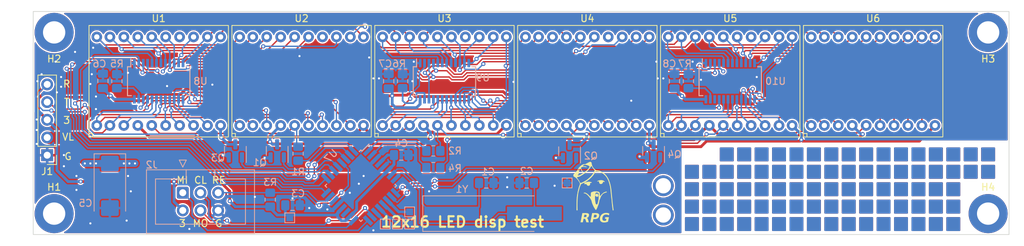
<source format=kicad_pcb>
(kicad_pcb (version 20211014) (generator pcbnew)
  (layers (0 "F.Cu" signal) (31 "B.Cu" signal) (34 "B.Paste" user) (35 "F.Paste" user) (36 "B.SilkS" user "B.Silkscreen") (37 "F.SilkS" user "F.Silkscreen") (38 "B.Mask" user) (39 "F.Mask" user) (44 "Edge.Cuts" user))
  (net 0 "")
  (net 1 "+3.3V")
  (net 2 "GND")
  (net 3 "/D_IN")
  (net 4 "/D_CLK")
  (net 5 "/D_LE")
  (net 6 "/O1")
  (net 7 "/O2")
  (net 8 "/O3")
  (net 9 "/O4")
  (net 10 "/O5")
  (net 11 "/O6")
  (net 12 "/O7")
  (net 13 "/O8")
  (net 14 "/O9")
  (net 15 "/O10")
  (net 16 "/O11")
  (net 17 "/O12")
  (net 18 "/O13")
  (net 19 "/O14")
  (net 20 "/O15")
  (net 21 "/O16")
  (net 22 "/D_OE")
  (net 23 "/O17")
  (net 24 "/O18")
  (net 25 "/O19")
  (net 26 "/O20")
  (net 27 "/O21")
  (net 28 "/O22")
  (net 29 "/O23")
  (net 30 "/O24")
  (net 31 "/O25")
  (net 32 "/O26")
  (net 33 "/O27")
  (net 34 "/O28")
  (net 35 "/O29")
  (net 36 "/O30")
  (net 37 "/O31")
  (net 38 "/O32")
  (net 39 "Net-(U8-Pad22)")
  (net 40 "/O33")
  (net 41 "/O34")
  (net 42 "/O35")
  (net 43 "/O36")
  (net 44 "/O37")
  (net 45 "/O38")
  (net 46 "/O39")
  (net 47 "/O40")
  (net 48 "/O41")
  (net 49 "/O42")
  (net 50 "/O43")
  (net 51 "/O44")
  (net 52 "/O45")
  (net 53 "/O46")
  (net 54 "/O47")
  (net 55 "/O48")
  (net 56 "/CA1")
  (net 57 "/DP1")
  (net 58 "/CA2")
  (net 59 "/DP2")
  (net 60 "/DP3")
  (net 61 "/CA3")
  (net 62 "/CA4")
  (net 63 "Net-(C1-Pad1)")
  (net 64 "Net-(C2-Pad1)")
  (net 65 "VD")
  (net 66 "/TX")
  (net 67 "/RX")
  (net 68 "/MISO")
  (net 69 "/SCK")
  (net 70 "/MOSI")
  (net 71 "/RST")
  (net 72 "/MCA1")
  (net 73 "/MCA3")
  (net 74 "/MCA2")
  (net 75 "/MCA4")
  (net 76 "/MDP1")
  (net 77 "/MDP2")
  (net 78 "/MDP3")
  (net 79 "Net-(R5-Pad2)")
  (net 80 "Net-(R6-Pad2)")
  (net 81 "Net-(R7-Pad2)")
  (net 84 "Net-(U10-Pad2)")
  (net 86 "Net-(TP2-Pad1)")
  (net 87 "Net-(TP3-Pad1)")
  (net 88 "Net-(TP5-Pad1)")
  (net 89 "Net-(TP6-Pad1)")
  (footprint "j_lib:FJ3291" (layer "F.Cu") (at 120.5 -20)
    (fp_text reference "U6")
    (fp_text value "disp_FJ3291")
  )
  (footprint "j_lib:FJ3291" (layer "F.Cu") (at 100 -20)
    (fp_text reference "U5")
    (fp_text value "disp_FJ3291")
  )
  (footprint "j_lib:FJ3291" (layer "F.Cu") (at 59 -20)
    (fp_text reference "U3")
    (fp_text value "disp_FJ3291")
  )
  (footprint "Connector_PinHeader_2.54mm:PinHeader_1x05_P2.54mm_Vertical" (layer "F.Cu") (at 2 -9.38 180)
    (fp_text reference "J1")
    (fp_text value "Conn_01x05_Male")
  )
  (footprint "j_lib:FJ3291" (layer "F.Cu") (at 79.5 -20)
    (fp_text reference "U4")
    (fp_text value "disp_FJ3291")
  )
  (footprint "MountingHole:MountingHole_3.2mm_M3_DIN965_Pad" (layer "F.Cu") (at 3 -27 180)
    (fp_text reference "H2")
    (fp_text value "MountingHole")
  )
  (footprint "j_lib:FJ3291" (layer "F.Cu") (at 18 -20)
    (fp_text reference "U1")
    (fp_text value "disp_FJ3291")
  )
  (footprint "MountingHole:MountingHole_3.2mm_M3_DIN965_Pad" (layer "F.Cu") (at 3 -1)
    (fp_text reference "H1")
    (fp_text value "MountingHole")
  )
  (footprint "MountingHole:MountingHole_3.2mm_M3_DIN965_Pad" (layer "F.Cu") (at 137 -1)
    (fp_text reference "H4")
    (fp_text value "MountingHole")
  )
  (footprint "MountingHole:MountingHole_3.2mm_M3_DIN965_Pad" (layer "F.Cu") (at 137 -27 180)
    (fp_text reference "H3")
    (fp_text value "MountingHole")
  )
  (footprint "j_lib:logo_rpg7x9" (layer "F.Cu") (at 80.6 -3.8)
    (fp_text reference "LOGO1" hide)
    (fp_text value "logo_generic" hide)
  )
  (footprint "j_lib:FJ3291" (layer "F.Cu") (at 38.5 -20)
    (fp_text reference "U2")
    (fp_text value "disp_FJ3291")
  )
  (footprint "Resistor_SMD:R_0805_2012Metric_Pad1.20x1.40mm_HandSolder" (layer "B.Cu") (at 12 -20 -90)
    (fp_text reference "R5")
    (fp_text value "1K5")
  )
  (footprint "TestPoint:TestPoint_Pad_1.0x1.0mm" (layer "B.Cu") (at 36.8 -0.4 180)
    (fp_text reference "TP1" hide)
    (fp_text value "TestPoint")
  )
  (footprint "Package_SO:SSOP-24_3.9x8.7mm_P0.635mm" (layer "B.Cu") (at 59 -20 -90)
    (fp_text reference "U9")
    (fp_text value "~")
  )
  (footprint "Capacitor_SMD:C_0805_2012Metric_Pad1.18x1.45mm_HandSolder" (layer "B.Cu") (at 37.2 -2.2 180)
    (fp_text reference "C3")
    (fp_text value "1u")
  )
  (footprint "Resistor_SMD:R_0805_2012Metric_Pad1.20x1.40mm_HandSolder" (layer "B.Cu") (at 38 -9.6 -90)
    (fp_text reference "R1")
    (fp_text value "300")
  )
  (footprint "Capacitor_SMD:C_0805_2012Metric_Pad1.18x1.45mm_HandSolder" (layer "B.Cu") (at 52.8 -9.4 180)
    (fp_text reference "C4")
    (fp_text value "1u")
  )
  (footprint "Resistor_SMD:R_0805_2012Metric_Pad1.20x1.40mm_HandSolder" (layer "B.Cu") (at 57.4 -7.6 180)
    (fp_text reference "R4")
    (fp_text value "300")
  )
  (footprint "Package_QFP:TQFP-32_7x7mm_P0.8mm" (layer "B.Cu") (at 47 -5 -135)
    (fp_text reference "U7")
    (fp_text value "ATmega8A-A")
  )
  (footprint "Connector_IDC:IDC-Header_2x03_P2.54mm_Vertical" (layer "B.Cu") (at 21.455 -4 -90)
    (fp_text reference "J2")
    (fp_text value "AVR-ISP-6")
  )
  (footprint "Package_SO:SSOP-24_3.9x8.7mm_P0.635mm" (layer "B.Cu") (at 100 -20 -90)
    (fp_text reference "U10")
    (fp_text value "~")
  )
  (footprint "Resistor_SMD:R_0805_2012Metric_Pad1.20x1.40mm_HandSolder" (layer "B.Cu") (at 53 -20 -90)
    (fp_text reference "R6")
    (fp_text value "1K5")
  )
  (footprint "Capacitor_SMD:C_0805_2012Metric_Pad1.18x1.45mm_HandSolder" (layer "B.Cu") (at 92 -20 90)
    (fp_text reference "C8")
    (fp_text value "1u")
  )
  (footprint "Capacitor_Tantalum_SMD:CP_EIA-7343-31_Kemet-D_Pad2.25x2.55mm_HandSolder" (layer "B.Cu") (at 11 -5 -90)
    (fp_text reference "C5")
    (fp_text value "100u")
  )
  (footprint "TestPoint:TestPoint_Pad_1.0x1.0mm" (layer "B.Cu") (at 50.5 0.5 180)
    (fp_text reference "TP5" hide)
    (fp_text value "TestPoint")
  )
  (footprint "Package_SO:SSOP-24_3.9x8.7mm_P0.635mm" (layer "B.Cu") (at 18 -20 -90)
    (fp_text reference "U8")
    (fp_text value "~")
  )
  (footprint "Resistor_SMD:R_0805_2012Metric_Pad1.20x1.40mm_HandSolder" (layer "B.Cu") (at 57.4 -10 180)
    (fp_text reference "R2")
    (fp_text value "300")
  )
  (footprint "Package_TO_SOT_SMD:SOT-23" (layer "B.Cu") (at 76.95 -9.9375 90)
    (fp_text reference "Q2")
    (fp_text value "IRLML6402")
  )
  (footprint "TestPoint:TestPoint_Pad_1.0x1.0mm" (layer "B.Cu") (at 76.6 -5.4 180)
    (fp_text reference "TP4" hide)
    (fp_text value "TestPoint")
  )
  (footprint "Capacitor_SMD:C_0805_2012Metric_Pad1.18x1.45mm_HandSolder" (layer "B.Cu") (at 51 -20 90)
    (fp_text reference "C7")
    (fp_text value "1u")
  )
  (footprint "Resistor_SMD:R_0805_2012Metric_Pad1.20x1.40mm_HandSolder" (layer "B.Cu") (at 94 -20 -90)
    (fp_text reference "R7")
    (fp_text value "1K5")
  )
  (footprint "Package_TO_SOT_SMD:SOT-23" (layer "B.Cu") (at 35 -10 90)
    (fp_text reference "Q1")
    (fp_text value "IRLML6402")
  )
  (footprint "Package_TO_SOT_SMD:SOT-23" (layer "B.Cu") (at 29 -10 90)
    (fp_text reference "Q3")
    (fp_text value "IRLML6402")
  )
  (footprint "Package_TO_SOT_SMD:SOT-23" (layer "B.Cu") (at 89 -10 90)
    (fp_text reference "Q4")
    (fp_text value "IRLML6402")
  )
  (footprint "TestPoint:TestPoint_Pad_1.0x1.0mm" (layer "B.Cu") (at 52.25 0.5 180)
    (fp_text reference "TP3" hide)
    (fp_text value "TestPoint")
  )
  (footprint "TestPoint:TestPoint_Pad_1.0x1.0mm" (layer "B.Cu") (at 54 -1.25 180)
    (fp_text reference "TP6" hide)
    (fp_text value "TestPoint")
  )
  (footprint "Capacitor_SMD:C_0805_2012Metric_Pad1.18x1.45mm_HandSolder" (layer "B.Cu") (at 65 -5.4)
    (fp_text reference "C1")
    (fp_text value "22p")
  )
  (footprint "Capacitor_SMD:C_0805_2012Metric_Pad1.18x1.45mm_HandSolder" (layer "B.Cu") (at 70.8 -5.4 180)
    (fp_text reference "C2")
    (fp_text value "22p")
  )
  (footprint "Crystal:Crystal_SMD_HC49-SD_HandSoldering" (layer "B.Cu") (at 65.9625 -1)
    (fp_text reference "Y1")
    (fp_text value "4MHz")
  )
  (footprint "Capacitor_SMD:C_0805_2012Metric_Pad1.18x1.45mm_HandSolder" (layer "B.Cu") (at 10 -20.0375 90)
    (fp_text reference "C6")
    (fp_text value "1u")
  )
  (footprint "TestPoint:TestPoint_Pad_1.0x1.0mm" (layer "B.Cu") (at 54 0.5 180)
    (fp_text reference "TP2" hide)
    (fp_text value "TestPoint")
  )
  (footprint "Resistor_SMD:R_0805_2012Metric_Pad1.20x1.40mm_HandSolder" (layer "B.Cu") (at 34 -3 90)
    (fp_text reference "R3")
    (fp_text value "9k1")
  )
  (gr_rect (start 0 2) (end 140 -30) (layer "Edge.Cuts") (width 0.1) (fill none))
  (gr_text "RE" (at 26.6 -5.8) (layer "F.SilkS") (effects (font (size 1 1))))
  (gr_text "3" (at 21.4 0.4) (layer "F.SilkS") (effects (font (size 1 1))))
  (gr_text "VL" (at 5 -12) (layer "F.SilkS") (effects (font (size 1 1))))
  (gr_text "MO" (at 24 0.4) (layer "F.SilkS") (effects (font (size 1 1))))
  (gr_text "MI" (at 21.4 -5.8) (layer "F.SilkS") (effects (font (size 1 1))))
  (gr_text "CL" (at 24 -5.8) (layer "F.SilkS") (effects (font (size 1 1))))
  (gr_text "R" (at 4.8 -19.6) (layer "F.SilkS") (effects (font (size 1 1))))
  (gr_text "G" (at 26.6 0.4) (layer "F.SilkS") (effects (font (size 1 1))))
  (gr_text "T" (at 4.8 -17) (layer "F.SilkS") (effects (font (size 1 1))))
  (gr_text "3" (at 4.8 -14.4) (layer "F.SilkS") (effects (font (size 1 1))))
  (gr_text "G" (at 5 -9.2) (layer "F.SilkS") (effects (font (size 1 1))))
  (gr_text "12x16 LED disp test" (at 61.6 0.2) (layer "F.SilkS") (effects (font (size 1.5 1.5) (thickness 0.3))))
  (via (at 90.4 -5) (size 3) (drill 2.2) (layers "F.Cu" "B.Cu") (net 0))
  (via (at 90.4 -0.8) (size 3) (drill 2.2) (layers "F.Cu" "B.Cu") (net 0))
  (segment (start 44.7 -17.9) (end 44.1005 -18.4995) (width 0.4) (layer "F.Cu") (net 1))
  (segment (start 1.482233 -18.25) (end 2.55 -18.25) (width 0.4) (layer "F.Cu") (net 1))
  (segment (start 54.4255 -18.1745) (end 53.800649 -18.1745) (width 0.4) (layer "F.Cu") (net 1))
  (segment (start 2.55 -18.25) (end 3.1 -17.7) (width 0.4) (layer "F.Cu") (net 1))
  (segment (start 53.800649 -18.1745) (end 53.626149 -18) (width 0.4) (layer "F.Cu") (net 1))
  (segment (start 20.2 -5.6) (end 6.8 -5.6) (width 0.4) (layer "F.Cu") (net 1))
  (segment (start 10.3 -17.1) (end 11.1 -17.9) (width 0.4) (layer "F.Cu") (net 1))
  (segment (start 44.1005 -18.4995) (end 24.821821 -18.4995) (width 0.4) (layer "F.Cu") (net 1))
  (segment (start 63.0995 -18.4995) (end 62.4 -17.8) (width 0.4) (layer "F.Cu") (net 1))
  (segment (start 11.8 -17.2) (end 11.1 -17.9) (width 0.4) (layer "F.Cu") (net 1))
  (segment (start 0.75 -17.517767) (end 1.482233 -18.25) (width 0.4) (layer "F.Cu") (net 1))
  (segment (start 67.831225 -18.1) (end 67.431725 -18.4995) (width 0.4) (layer "F.Cu") (net 1))
  (segment (start 0.75 -15.71) (end 0.75 -17.517767) (width 0.4) (layer "F.Cu") (net 1))
  (segment (start 62.4 -17.8) (end 54.8 -17.8) (width 0.4) (layer "F.Cu") (net 1))
  (segment (start 92.8625 -18.1) (end 67.831225 -18.1) (width 0.4) (layer "F.Cu") (net 1))
  (segment (start 28.2 -4.2) (end 26.8 -5.6) (width 0.4) (layer "F.Cu") (net 1))
  (segment (start 24.821821 -18.4995) (end 24.421321 -18.9) (width 0.4) (layer "F.Cu") (net 1))
  (segment (start 15.692894 -17.2) (end 11.8 -17.2) (width 0.4) (layer "F.Cu") (net 1))
  (segment (start 7.855635 -17.7) (end 8.455635 -17.1) (width 0.4) (layer "F.Cu") (net 1))
  (segment (start 53.626149 -18) (end 51.6 -18) (width 0.4) (layer "F.Cu") (net 1))
  (segment (start 21.119795 -18.1) (end 16.592894 -18.1) (width 0.4) (layer "F.Cu") (net 1))
  (segment (start 3.1 -17.7) (end 7.855635 -17.7) (width 0.4) (layer "F.Cu") (net 1))
  (segment (start 28.2 -2.8) (end 28.2 -4.2) (width 0.4) (layer "F.Cu") (net 1))
  (segment (start 16.592894 -18.1) (end 15.692894 -17.2) (width 0.4) (layer "F.Cu") (net 1))
  (segment (start 8.455635 -17.1) (end 10.3 -17.1) (width 0.4) (layer "F.Cu") (net 1))
  (segment (start 2 -14.46) (end 0.75 -15.71) (width 0.4) (layer "F.Cu") (net 1))
  (segment (start 26.8 -5.6) (end 20.2 -5.6) (width 0.4) (layer "F.Cu") (net 1))
  (segment (start 54.8 -17.8) (end 54.4255 -18.1745) (width 0.4) (layer "F.Cu") (net 1))
  (segment (start 67.431725 -18.4995) (end 63.0995 -18.4995) (width 0.4) (layer "F.Cu") (net 1))
  (segment (start 51.6 -18) (end 51.5 -17.9) (width 0.4) (layer "F.Cu") (net 1))
  (segment (start 93.08125 -17.88125) (end 92.8625 -18.1) (width 0.4) (layer "F.Cu") (net 1))
  (segment (start 24.421321 -18.9) (end 21.919795 -18.9) (width 0.4) (layer "F.Cu") (net 1))
  (segment (start 21.919795 -18.9) (end 21.119795 -18.1) (width 0.4) (layer "F.Cu") (net 1))
  (segment (start 51.5 -17.9) (end 44.7 -17.9) (width 0.4) (layer "F.Cu") (net 1))
  (via (at 6.8 -5.6) (size 0.6) (drill 0.3) (layers "F.Cu" "B.Cu") (net 1))
  (via (at 20.2 -5.6) (size 0.6) (drill 0.3) (layers "F.Cu" "B.Cu") (net 1))
  (via (at 28.2 -2.8) (size 0.6) (drill 0.3) (layers "F.Cu" "B.Cu") (net 1))
  (via (at 11.1 -17.9) (size 0.6) (drill 0.3) (layers "F.Cu" "B.Cu") (net 1))
  (via (at 93.08125 -17.88125) (size 0.6) (drill 0.3) (layers "F.Cu" "B.Cu") (net 1))
  (via (at 51.5 -17.9) (size 0.6) (drill 0.3) (layers "F.Cu" "B.Cu") (net 1))
  (segment (start 43.683184 -1.117498) (end 43.683184 -0.516816) (width 0.4) (layer "B.Cu") (net 1))
  (segment (start 3.4 -13.06) (end 2 -14.46) (width 0.4) (layer "B.Cu") (net 1))
  (segment (start 52 -16.2) (end 51.5 -16.7) (width 0.4) (layer "B.Cu") (net 1))
  (segment (start 11.6 -17.4) (end 10 -19) (width 0.4) (layer "B.Cu") (net 1))
  (segment (start 51.7625 -8.065444) (end 51.7625 -9.4) (width 0.4) (layer "B.Cu") (net 1))
  (segment (start 43.683184 -0.516816) (end 44.213872 0.013872) (width 0.4) (layer "B.Cu") (net 1))
  (segment (start 55 -16.2) (end 52 -16.2) (width 0.4) (layer "B.Cu") (net 1))
  (segment (start 34 -1.8) (end 34 -2) (width 0.4) (layer "B.Cu") (net 1))
  (segment (start 11.6 -17.4) (end 11.1 -17.9) (width 0.25) (layer "B.Cu") (net 1))
  (segment (start 51.5 -17.9) (end 51.5 -18.4625) (width 0.4) (layer "B.Cu") (net 1))
  (segment (start 44.814555 0.013872) (end 45.40901 -0.580583) (width 0.4) (layer "B.Cu") (net 1))
  (segment (start 34 -2) (end 29 -2) (width 0.4) (layer "B.Cu") (net 1))
  (segment (start 45.40901 -0.580583) (end 46.4 -1.571573) (width 0.4) (layer "B.Cu") (net 1))
  (segment (start 6.8 -5.6) (end 5 -5.6) (width 0.4) (layer "B.Cu") (net 1))
  (segment (start 44.213872 0.013872) (end 44.814555 0.013872) (width 0.4) (layer "B.Cu") (net 1))
  (segment (start 44.277639 -1.711953) (end 43.683184 -1.117498) (width 0.4) (layer "B.Cu") (net 1))
  (segment (start 36.1625 -0.9625) (end 36 -0.8) (width 0.4) (layer "B.Cu") (net 1))
  (segment (start 14.5075 -17.4) (end 11.6 -17.4) (width 0.4) (layer "B.Cu") (net 1))
  (segment (start 11.1 -17.9) (end 10 -19) (width 0.25) (layer "B.Cu") (net 1))
  (segment (start 36.1625 -2.2) (end 36.1625 -0.9625) (width 0.4) (layer "B.Cu") (net 1))
  (segment (start 55.5075 -17.4) (end 55.5075 -16.7075) (width 0.4) (layer "B.Cu") (net 1))
  (segment (start 51.5 -17.9) (end 51.5 -16.7) (width 0.4) (layer "B.Cu") (net 1))
  (segment (start 49.722361 -8.288047) (end 50.834314 -9.4) (width 0.4) (layer "B.Cu") (net 1))
  (segment (start 5 -5.6) (end 3.4 -7.2) (width 0.4) (layer "B.Cu") (net 1))
  (segment (start 46.4 -1.571573) (end 46.4 -2.702944) (width 0.4) (layer "B.Cu") (net 1))
  (segment (start 50.853732 -7.156676) (end 51.7625 -8.065444) (width 0.4) (layer "B.Cu") (net 1))
  (segment (start 36 -0.8) (end 35 -0.8) (width 0.4) (layer "B.Cu") (net 1))
  (segment (start 29 -2) (end 28.2 -2.8) (width 0.4) (layer "B.Cu") (net 1))
  (segment (start 96.5075 -17.4) (end 93.5625 -17.4) (width 0.4) (layer "B.Cu") (net 1))
  (segment (start 43.683184 -1.117498) (end 43.683184 -1.083184) (width 0.4) (layer "B.Cu") (net 1))
  (segment (start 43.4 -0.8) (end 36 -0.8) (width 0.4) (layer "B.Cu") (net 1))
  (segment (start 46.4 -2.702944) (end 50.853732 -7.156676) (width 0.4) (layer "B.Cu") (net 1))
  (segment (start 93.08125 -17.88125) (end 92 -18.9625) (width 0.4) (layer "B.Cu") (net 1))
  (segment (start 35 -0.8) (end 34 -1.8) (width 0.4) (layer "B.Cu") (net 1))
  (segment (start 43.683184 -1.083184) (end 43.4 -0.8) (width 0.4) (layer "B.Cu") (net 1))
  (segment (start 20.2 -2.715) (end 20.2 -5.6) (width 0.4) (layer "B.Cu") (net 1))
  (segment (start 21.455 -1.46) (end 20.2 -2.715) (width 0.4) (layer "B.Cu") (net 1))
  (segment (start 50.834314 -9.4) (end 51.7625 -9.4) (width 0.4) (layer "B.Cu") (net 1))
  (segment (start 3.4 -7.2) (end 3.4 -13.06) (width 0.4) (layer "B.Cu") (net 1))
  (segment (start 55.5075 -16.7075) (end 55 -16.2) (width 0.4) (layer "B.Cu") (net 1))
  (segment (start 51.5 -18.4625) (end 51 -18.9625) (width 0.4) (layer "B.Cu") (net 1))
  (segment (start 93.5625 -17.4) (end 93.08125 -17.88125) (width 0.4) (layer "B.Cu") (net 1))
  (via (at 9 -16) (size 0.6) (drill 0.3) (layers "F.Cu" "B.Cu") (net 2))
  (via (at 85.8 -17.2) (size 0.6) (drill 0.3) (layers "F.Cu" "B.Cu") (net 2))
  (via (at 8.2 -19.6) (size 0.6) (drill 0.3) (layers "F.Cu" "B.Cu") (net 2))
  (via (at 42.2 -1.6) (size 0.6) (drill 0.3) (layers "F.Cu" "B.Cu") (net 2))
  (via (at 89.4 -22.8) (size 0.6) (drill 0.3) (layers "F.Cu" "B.Cu") (net 2))
  (via (at 3.2 -22.8) (size 0.6) (drill 0.3) (layers "F.Cu" "B.Cu") (net 2))
  (via (at 25.7 -19.5) (size 0.6) (drill 0.3) (layers "F.Cu" "B.Cu") (net 2))
  (via (at 54.6 -22.8) (size 0.6) (drill 0.3) (layers "F.Cu" "B.Cu") (net 2))
  (via (at 47.4 -6.4) (size 0.6) (drill 0.3) (layers "F.Cu" "B.Cu") (net 2))
  (via (at 37.2 -3.2) (size 0.6) (drill 0.3) (layers "F.Cu" "B.Cu") (net 2))
  (via (at 39.6 -1.8) (size 0.6) (drill 0.3) (layers "F.Cu" "B.Cu") (net 2))
  (via (at 48.8 1.4) (size 0.6) (drill 0.3) (layers "F.Cu" "B.Cu") (net 2))
  (via (at 0.5 -13) (size 0.6) (drill 0.3) (layers "F.Cu" "B.Cu") (net 2))
  (via (at 46.717157 -5.282843) (size 0.6) (drill 0.3) (layers "F.Cu" "B.Cu") (net 2))
  (via (at 48.2 -23.4) (size 0.6) (drill 0.3) (layers "F.Cu" "B.Cu") (net 2))
  (via (at 48.8 -20.4) (size 0.6) (drill 0.3) (layers "F.Cu" "B.Cu") (net 2))
  (via (at 9 -17.8) (size 0.6) (drill 0.3) (layers "F.Cu" "B.Cu") (net 2))
  (via (at 90.4 -20.4) (size 0.6) (drill 0.3) (layers "F.Cu" "B.Cu") (net 2))
  (via (at 1.2 -21) (size 0.6) (drill 0.3) (layers "F.Cu" "B.Cu") (net 2))
  (via (at 8.6 -24.8) (size 0.6) (drill 0.3) (layers "F.Cu" "B.Cu") (net 2))
  (via (at 3.4 -18.4) (size 0.6) (drill 0.3) (layers "F.Cu" "B.Cu") (net 2))
  (via (at 8.2 0.4) (size 0.6) (drill 0.3) (layers "F.Cu" "B.Cu") (net 2))
  (via (at 4.4 -7.8) (size 0.6) (drill 0.3) (layers "F.Cu" "B.Cu") (net 2))
  (via (at 94.6 -22.8) (size 0.6) (drill 0.3) (layers "F.Cu" "B.Cu") (net 2))
  (via (at 95.8 -20.2) (size 0.6) (drill 0.3) (layers "F.Cu" "B.Cu") (net 2))
  (via (at 68 -4.8) (size 0.6) (drill 0.3) (layers "F.Cu" "B.Cu") (net 2))
  (via (at 13.6 -6.4) (size 0.6) (drill 0.3) (layers "F.Cu" "B.Cu") (net 2))
  (via (at 4 -20.6) (size 0.6) (drill 0.3) (layers "F.Cu" "B.Cu") (net 2))
  (via (at 13.6 -21.2) (size 0.6) (drill 0.3) (layers "F.Cu" "B.Cu") (net 2))
  (via (at 6 -24.2) (size 0.6) (drill 0.3) (layers "F.Cu" "B.Cu") (net 2))
  (via (at 54.4 -20) (size 0.6) (drill 0.3) (layers "F.Cu" "B.Cu") (net 2))
  (via (at 8.4 -21) (size 0.6) (drill 0.3) (layers "F.Cu" "B.Cu") (net 2))
  (via (at 56.8 -4.2) (size 0.6) (drill 0.3) (layers "F.Cu" "B.Cu") (net 2))
  (via (at 31.8 -3.4) (size 0.6) (drill 0.3) (layers "F.Cu" "B.Cu") (net 2))
  (via (at 68 -6.2) (size 0.6) (drill 0.3) (layers "F.Cu" "B.Cu") (net 2))
  (via (at 0.5 -14.5) (size 0.6) (drill 0.3) (layers "F.Cu" "B.Cu") (net 2))
  (via (at 4.4 -9.4) (size 0.6) (drill 0.3) (layers "F.Cu" "B.Cu") (net 2))
  (via (at 6.2 -6.4) (size 0.6) (drill 0.3) (layers "F.Cu" "B.Cu") (net 2))
  (via (at 103.8 -20.6) (size 0.6) (drill 0.3) (layers "F.Cu" "B.Cu") (net 2))
  (via (at 45.417157 -3.982843) (size 0.6) (drill 0.3) (layers "F.Cu" "B.Cu") (net 2))
  (via (at 19.2 -19.3) (size 0.6) (drill 0.3) (layers "F.Cu" "B.Cu") (net 2))
  (via (at 13.4 0) (size 0.6) (drill 0.3) (layers "F.Cu" "B.Cu") (net 2))
  (via (at 14 -4.2) (size 0.6) (drill 0.3) (layers "F.Cu" "B.Cu") (net 2))
  (via (at 74.8 -5) (size 0.6) (drill 0.3) (layers "F.Cu" "B.Cu") (net 2))
  (via (at 0.5 -11) (size 0.6) (drill 0.3) (layers "F.Cu" "B.Cu") (net 2))
  (via (at 6.2 -4.4) (size 0.6) (drill 0.3) (layers "F.Cu" "B.Cu") (net 2))
  (via (at 22.4 1.2) (size 0.6) (drill 0.3) (layers "F.Cu" "B.Cu") (net 2))
  (via (at 89.6 -20.4) (size 0.6) (drill 0.3) (layers "F.Cu" "B.Cu") (net 2))
  (via (at 49.6 -20.4) (size 0.6) (drill 0.3) (layers "F.Cu" "B.Cu") (net 2))
  (via (at 68.9 -19.9) (size 0.6) (drill 0.3) (layers "F.Cu" "B.Cu") (net 2))
  (via (at 0.6 -20) (size 0.6) (drill 0.3) (layers "F.Cu" "B.Cu") (net 2))
  (via (at 38.2 -23.6) (size 0.6) (drill 0.3) (layers "F.Cu" "B.Cu") (net 2))
  (via (at 4 -19.2) (size 0.6) (drill 0.3) (layers "F.Cu" "B.Cu") (net 2))
  (segment (start 48.251472 -7.948528) (end 47.4 -7.097056) (width 0.4) (layer "B.Cu") (net 2))
  (segment (start 38.2375 -2.2) (end 39.2 -2.2) (width 0.4) (layer "B.Cu") (net 2))
  (segment (start 42.2 -1.6) (end 43.034314 -1.6) (width 0.5) (layer "B.Cu") (net 2))
  (segment (start 49.156676 -8.853732) (end 47.4 -7.097056) (width 0.5) (layer "B.Cu") (net 2))
  (segment (start 50.827944 -10.525) (end 49.156676 -8.853732) (width 0.4) (layer "B.Cu") (net 2))
  (segment (start 46.717157 -5.282843) (end 45.417157 -3.982843) (width 0.4) (layer "B.Cu") (net 2))
  (segment (start 50.288047 -7.722361) (end 49.693593 -7.127907) (width 0.4) (layer "B.Cu") (net 2))
  (segment (start 49.156676 -8.853732) (end 48.251472 -7.948528) (width 0.4) (layer "B.Cu") (net 2))
  (segment (start 43.034314 -1.6) (end 43.711953 -2.277639) (width 0.5) (layer "B.Cu") (net 2))
  (segment (start 47.4 -6.4) (end 47.4 -5.965686) (width 0.4) (layer "B.Cu") (net 2))
  (segment (start 53.8375 -9.4) (end 52.7125 -10.525) (width 0.4) (layer "B.Cu") (net 2))
  (segment (start 47.4 -7.097056) (end 47.4 -6.4) (width 0.5) (layer "B.Cu") (net 2))
  (segment (start 43.711953 -2.277639) (end 45.417157 -3.982843) (width 0.5) (layer "B.Cu") (net 2))
  (segment (start 52.7125 -10.525) (end 50.827944 -10.525) (width 0.4) (layer "B.Cu") (net 2))
  (segment (start 39.2 -2.2) (end 39.6 -1.8) (width 0.4) (layer "B.Cu") (net 2))
  (segment (start 47.4 -5.965686) (end 46.717157 -5.282843) (width 0.4) (layer "B.Cu") (net 2))
  (segment (start 48.965686 -6.4) (end 47.4 -6.4) (width 0.5) (layer "B.Cu") (net 2))
  (segment (start 50.288047 -7.722361) (end 48.965686 -6.4) (width 0.5) (layer "B.Cu") (net 2))
  (segment (start 6.8 -15.351471) (end 6.8 -21.6) (width 0.2) (layer "B.Cu") (net 3))
  (segment (start 28.068629 -6.4) (end 22.868629 -11.6) (width 0.2) (layer "B.Cu") (net 3))
  (segment (start 14.9425 -23.6) (end 15.1425 -23.4) (width 0.2) (layer "B.Cu") (net 3))
  (segment (start 40.929742 -6.495428) (end 40.929742 -6.133537) (width 0.2) (layer "B.Cu") (net 3))
  (segment (start 15.1425 -23.4) (end 15.1425 -22.6) (width 0.2) (layer "B.Cu") (net 3))
  (segment (start 42.580583 -6.59099) (end 41.971573 -7.2) (width 0.2) (layer "B.Cu") (net 3))
  (segment (start 8.8 -23.6) (end 14.9425 -23.6) (width 0.2) (layer "B.Cu") (net 3))
  (segment (start 7 -13.034314) (end 7 -15.151471) (width 0.2) (layer "B.Cu") (net 3))
  (segment (start 22.868629 -11.6) (end 8.434314 -11.6) (width 0.2) (layer "B.Cu") (net 3))
  (segment (start 40.198703 -5.402498) (end 38.997502 -5.402498) (width 0.2) (layer "B.Cu") (net 3))
  (segment (start 41.634314 -7.2) (end 40.929742 -6.495428) (width 0.2) (layer "B.Cu") (net 3))
  (segment (start 7 -15.151471) (end 6.8 -15.351471) (width 0.2) (layer "B.Cu") (net 3))
  (segment (start 36.107694 -5.601499) (end 35.309192 -6.4) (width 0.2) (layer "B.Cu") (net 3))
  (segment (start 38.798501 -5.601499) (end 36.107694 -5.601499) (width 0.2) (layer "B.Cu") (net 3))
  (segment (start 40.929742 -6.133537) (end 40.198703 -5.402498) (width 0.2) (layer "B.Cu") (net 3))
  (segment (start 38.997502 -5.402498) (end 38.798501 -5.601499) (width 0.2) (layer "B.Cu") (net 3))
  (segment (start 35.309192 -6.4) (end 28.068629 -6.4) (width 0.2) (layer "B.Cu") (net 3))
  (segment (start 8.434314 -11.6) (end 7 -13.034314) (width 0.2) (layer "B.Cu") (net 3))
  (segment (start 41.971573 -7.2) (end 41.634314 -7.2) (width 0.2) (layer "B.Cu") (net 3))
  (segment (start 6.8 -21.6) (end 8.8 -23.6) (width 0.2) (layer "B.Cu") (net 3))
  (segment (start 5.848529 -21.8) (end 6.848529 -22.8) (width 0.2) (layer "F.Cu") (net 4))
  (segment (start 17.209517 -21.242452) (end 15.684904 -21.242452) (width 0.2) (layer "F.Cu") (net 4))
  (segment (start 14.2 -22.8) (end 15.684904 -21.315096) (width 0.2) (layer "F.Cu") (net 4))
  (segment (start 56.614214 -20.2) (end 55.785785 -20.2) (width 0.2) (layer "F.Cu") (net 4))
  (segment (start 57.4 -20.6005) (end 57.014714 -20.6005) (width 0.2) (layer "F.Cu") (net 4))
  (segment (start 19.814214 -20.4) (end 18.051969 -20.4) (width 0.2) (layer "F.Cu") (net 4))
  (segment (start 68.779901 -21.2) (end 96.814214 -21.2) (width 0.2) (layer "F.Cu") (net 4))
  (segment (start 15.684904 -21.315096) (end 15.684904 -21.242452) (width 0.2) (layer "F.Cu") (net 4))
  (segment (start 59.66863 -20.6) (end 60.06863 -20.2) (width 0.2) (layer "F.Cu") (net 4))
  (segment (start 61.779901 -20.2) (end 62.379901 -20.8) (width 0.2) (layer "F.Cu") (net 4))
  (segment (start 57.4005 -20.6) (end 59.66863 -20.6) (width 0.2) (layer "F.Cu") (net 4))
  (segment (start 60.06863 -20.2) (end 61.779901 -20.2) (width 0.2) (layer "F.Cu") (net 4))
  (segment (start 18.051969 -20.4) (end 17.209517 -21.242452) (width 0.2) (layer "F.Cu") (net 4))
  (segment (start 96.814214 -21.2) (end 96.814714 -21.2005) (width 0.2) (layer "F.Cu") (net 4))
  (segment (start 20.414215 -21) (end 19.814214 -20.4) (width 0.2) (layer "F.Cu") (net 4))
  (segment (start 6.848529 -22.8) (end 14.2 -22.8) (width 0.2) (layer "F.Cu") (net 4))
  (segment (start 22.614214 -21) (end 20.414215 -21) (width 0.2) (layer "F.Cu") (net 4))
  (segment (start 96.814714 -21.2005) (end 97.8 -21.2005) (width 0.2) (layer "F.Cu") (net 4))
  (segment (start 68.379901 -20.8) (end 68.779901 -21.2) (width 0.2) (layer "F.Cu") (net 4))
  (segment (start 57.014714 -20.6005) (end 56.614214 -20.2) (width 0.2) (layer "F.Cu") (net 4))
  (segment (start 4.8 -21.8) (end 5.848529 -21.8) (width 0.2) (layer "F.Cu") (net 4))
  (segment (start 62.379901 -20.8) (end 68.379901 -20.8) (width 0.2) (layer "F.Cu") (net 4))
  (segment (start 57.4 -20.6005) (end 57.4005 -20.6) (width 0.2) (layer "F.Cu") (net 4))
  (segment (start 23.614214 -22) (end 22.614214 -21) (width 0.2) (layer "F.Cu") (net 4))
  (segment (start 53.985785 -22) (end 23.614214 -22) (width 0.2) (layer "F.Cu") (net 4))
  (segment (start 55.785785 -20.2) (end 53.985785 -22) (width 0.2) (layer "F.Cu") (net 4))
  (via (at 97.8 -21.2005) (size 0.6) (drill 0.3) (layers "F.Cu" "B.Cu") (net 4))
  (via (at 4.8 -21.8) (size 0.6) (drill 0.3) (layers "F.Cu" "B.Cu") (net 4))
  (via (at 15.684904 -21.242452) (size 0.6) (drill 0.3) (layers "F.Cu" "B.Cu") (net 4))
  (via (at 57.4 -20.6005) (size 0.6) (drill 0.3) (layers "F.Cu" "B.Cu") (net 4))
  (segment (start 5 -16.192892) (end 5 -21.6) (width 0.2) (layer "B.Cu") (net 4))
  (segment (start 34.74008 -5.2) (end 27.4 -5.2) (width 0.2) (layer "B.Cu") (net 4))
  (segment (start 15.7775 -21.335048) (end 15.7775 -22.6) (width 0.2) (layer "B.Cu") (net 4))
  (segment (start 5.8 -14.654415) (end 5.6 -14.854415) (width 0.2) (layer "B.Cu") (net 4))
  (segment (start 39.397502 -4.202498) (end 38.500446 -4.202498) (width 0.2) (layer "B.Cu") (net 4))
  (segment (start 40.8 -2.8) (end 39.397502 -4.202498) (width 0.2) (layer "B.Cu") (net 4))
  (segment (start 5 -21.6) (end 4.8 -21.8) (width 0.2) (layer "B.Cu") (net 4))
  (segment (start 22.2 -10.4) (end 7.834314 -10.4) (width 0.2) (layer "B.Cu") (net 4))
  (segment (start 97.8 -22.5775) (end 97.7775 -22.6) (width 0.2) (layer "B.Cu") (net 4))
  (segment (start 56.7775 -21.4225) (end 56.7775 -22.6) (width 0.2) (layer "B.Cu") (net 4))
  (segment (start 97.8 -21.2005) (end 97.8 -22.5775) (width 0.2) (layer "B.Cu") (net 4))
  (segment (start 7.834314 -10.4) (end 5.8 -12.434314) (width 0.2) (layer "B.Cu") (net 4))
  (segment (start 38.500446 -4.202498) (end 38.302944 -4.4) (width 0.2) (layer "B.Cu") (net 4))
  (segment (start 57.4 -20.8) (end 56.7775 -21.4225) (width 0.2) (layer "B.Cu") (net 4))
  (segment (start 15.684904 -21.242452) (end 15.7775 -21.335048) (width 0.2) (layer "B.Cu") (net 4))
  (segment (start 35.54008 -4.4) (end 34.74008 -5.2) (width 0.2) (layer "B.Cu") (net 4))
  (segment (start 57.4 -20.6005) (end 57.4 -20.8) (width 0.2) (layer "B.Cu") (net 4))
  (segment (start 42.580583 -3.40901) (end 42.580583 -3.380583) (width 0.2) (layer "B.Cu") (net 4))
  (segment (start 42.580583 -3.380583) (end 42 -2.8) (width 0.2) (layer "B.Cu") (net 4))
  (segment (start 5.8 -12.434314) (end 5.8 -14.654415) (width 0.2) (layer "B.Cu") (net 4))
  (segment (start 27.4 -5.2) (end 22.2 -10.4) (width 0.2) (layer "B.Cu") (net 4))
  (segment (start 42 -2.8) (end 40.8 -2.8) (width 0.2) (layer "B.Cu") (net 4))
  (segment (start 38.302944 -4.4) (end 35.54008 -4.4) (width 0.2) (layer "B.Cu") (net 4))
  (segment (start 5.6 -14.854415) (end 5.6 -15.592892) (width 0.2) (layer "B.Cu") (net 4))
  (segment (start 5.6 -15.592892) (end 5 -16.192892) (width 0.2) (layer "B.Cu") (net 4))
  (segment (start 18.351471 -20.8) (end 17.8 -21.351471) (width 0.2) (layer "F.Cu") (net 5))
  (segment (start 96.648529 -21.6) (end 96.848529 -21.8) (width 0.2) (layer "F.Cu") (net 5))
  (segment (start 23.448529 -22.4) (end 22.448529 -21.4) (width 0.2) (layer "F.Cu") (net 5))
  (segment (start 19.648529 -20.8) (end 18.351471 -20.8) (width 0.2) (layer "F.Cu") (net 5))
  (segment (start 20.248529 -21.4) (end 19.648529 -20.8) (width 0.2) (layer "F.Cu") (net 5))
  (segment (start 17.375202 -21.642452) (end 17.517156 -21.500498) (width 0.2) (layer "F.Cu") (net 5))
  (segment (start 6.6 -23.2) (end 14.6 -23.2) (width 0.2) (layer "F.Cu") (net 5))
  (segment (start 57.352513 -21.503984) (end 56.448529 -20.6) (width 0.2) (layer "F.Cu") (net 5))
  (segment (start 61.614215 -20.6) (end 62.214215 -21.2) (width 0.2) (layer "F.Cu") (net 5))
  (segment (start 57.788598 -21.503984) (end 59.330331 -21.503984) (width 0.2) (layer "F.Cu") (net 5))
  (segment (start 54.151471 -22.4) (end 23.448529 -22.4) (width 0.2) (layer "F.Cu") (net 5))
  (segment (start 59.330331 -21.503984) (end 60.234315 -20.6) (width 0.2) (layer "F.Cu") (net 5))
  (segment (start 5.6 -22.4) (end 5.8 -22.4) (width 0.2) (layer "F.Cu") (net 5))
  (segment (start 22.448529 -21.4) (end 20.248529 -21.4) (width 0.2) (layer "F.Cu") (net 5))
  (segment (start 16.157548 -21.642452) (end 17.375202 -21.642452) (width 0.2) (layer "F.Cu") (net 5))
  (segment (start 17.8 -21.351471) (end 17.8 -21.500498) (width 0.2) (layer "F.Cu") (net 5))
  (segment (start 68.214215 -21.2) (end 68.614215 -21.6) (width 0.2) (layer "F.Cu") (net 5))
  (segment (start 56.448529 -20.6) (end 55.951471 -20.6) (width 0.2) (layer "F.Cu") (net 5))
  (segment (start 17.517156 -21.500498) (end 17.8 -21.500498) (width 0.2) (layer "F.Cu") (net 5))
  (segment (start 98.6125 -21.8) (end 99 -21.4125) (width 0.2) (layer "F.Cu") (net 5))
  (segment (start 5.8 -22.4) (end 6.6 -23.2) (width 0.2) (layer "F.Cu") (net 5))
  (segment (start 57.788598 -21.503984) (end 57.352513 -21.503984) (width 0.2) (layer "F.Cu") (net 5))
  (segment (start 96.848529 -21.8) (end 98.6125 -21.8) (width 0.2) (layer "F.Cu") (net 5))
  (segment (start 62.214215 -21.2) (end 68.214215 -21.2) (width 0.2) (layer "F.Cu") (net 5))
  (segment (start 14.6 -23.2) (end 16.157548 -21.642452) (width 0.2) (layer "F.Cu") (net 5))
  (segment (start 55.951471 -20.6) (end 54.151471 -22.4) (width 0.2) (layer "F.Cu") (net 5))
  (segment (start 60.234315 -20.6) (end 61.614215 -20.6) (width 0.2) (layer "F.Cu") (net 5))
  (segment (start 68.614215 -21.6) (end 96.648529 -21.6) (width 0.2) (layer "F.Cu") (net 5))
  (via (at 99 -21.4125) (size 0.6) (drill 0.3) (layers "F.Cu" "B.Cu") (net 5))
  (via (at 17.8 -21.500498) (size 0.6) (drill 0.3) (layers "F.Cu" "B.Cu") (net 5))
  (via (at 5.6 -22.4) (size 0.6) (drill 0.3) (layers "F.Cu" "B.Cu") (net 5))
  (via (at 57.788598 -21.503984) (size 0.6) (drill 0.3) (layers "F.Cu" "B.Cu") (net 5))
  (segment (start 6.2 -14.820099) (end 6 -15.0201) (width 0.2) (layer "B.Cu") (net 5))
  (segment (start 5.4 -22.2) (end 5.6 -22.4) (width 0.2) (layer "B.Cu") (net 5))
  (segment (start 6.2 -12.6) (end 6.2 -14.820099) (width 0.2) (layer "B.Cu") (net 5))
  (segment (start 8 -10.8) (end 6.2 -12.6) (width 0.2) (layer "B.Cu") (net 5))
  (segment (start 5.4 -16.358578) (end 5.4 -22.2) (width 0.2) (layer "B.Cu") (net 5))
  (segment (start 98.4125 -22) (end 99 -21.4125) (width 0.2) (layer "B.Cu") (net 5))
  (segment (start 38.46863 -4.8) (end 35.70506 -4.8) (width 0.2) (layer "B.Cu") (net 5))
  (segment (start 35.70506 -4.8) (end 34.90506 -5.6) (width 0.2) (layer "B.Cu") (net 5))
  (segment (start 22.4 -10.8) (end 8 -10.8) (width 0.2) (layer "B.Cu") (net 5))
  (segment (start 42.014897 -3.974695) (end 41.387094 -4.602498) (width 0.2) (layer "B.Cu") (net 5))
  (segment (start 34.90506 -5.6) (end 27.6 -5.6) (width 0.2) (layer "B.Cu") (net 5))
  (segment (start 6 -15.758578) (end 5.4 -16.358578) (width 0.2) (layer "B.Cu") (net 5))
  (segment (start 16.4125 -21.835) (end 16.4125 -22.6) (width 0.2) (layer "B.Cu") (net 5))
  (segment (start 57.4125 -21.880082) (end 57.4125 -22.6) (width 0.2) (layer "B.Cu") (net 5))
  (segment (start 57.788598 -21.503984) (end 57.4125 -21.880082) (width 0.2) (layer "B.Cu") (net 5))
  (segment (start 38.666132 -4.602498) (end 38.46863 -4.8) (width 0.2) (layer "B.Cu") (net 5))
  (segment (start 27.6 -5.6) (end 22.4 -10.8) (width 0.2) (layer "B.Cu") (net 5))
  (segment (start 17.8 -21.500498) (end 16.747002 -21.500498) (width 0.2) (layer "B.Cu") (net 5))
  (segment (start 41.387094 -4.602498) (end 38.666132 -4.602498) (width 0.2) (layer "B.Cu") (net 5))
  (segment (start 6 -15.0201) (end 6 -15.758578) (width 0.2) (layer "B.Cu") (net 5))
  (segment (start 16.747002 -21.500498) (end 16.4125 -21.835) (width 0.2) (layer "B.Cu") (net 5))
  (segment (start 98.4125 -22.6) (end 98.4125 -22) (width 0.2) (layer "B.Cu") (net 5))
  (segment (start 28.47 -25.2) (end 10.27 -25.2) (width 0.2) (layer "F.Cu") (net 6))
  (segment (start 29.62 -26.35) (end 28.47 -25.2) (width 0.2) (layer "F.Cu") (net 6))
  (segment (start 10.27 -25.2) (end 9.12 -26.35) (width 0.2) (layer "F.Cu") (net 6))
  (segment (start 17.0475 -23.365) (end 16.4125 -24) (width 0.2) (layer "B.Cu") (net 6))
  (segment (start 17.0475 -22.6) (end 17.0475 -23.365) (width 0.2) (layer "B.Cu") (net 6))
  (segment (start 11.47 -24) (end 9.12 -26.35) (width 0.2) (layer "B.Cu") (net 6))
  (segment (start 16.4125 -24) (end 11.47 -24) (width 0.2) (layer "B.Cu") (net 6))
  (segment (start 12.8745 -24.8) (end 12.675 -24.6005) (width 0.2) (layer "F.Cu") (net 7))
  (segment (start 31.5 -26.35) (end 29.95 -24.8) (width 0.2) (layer "F.Cu") (net 7))
  (segment (start 29.95 -24.8) (end 12.8745 -24.8) (width 0.2) (layer "F.Cu") (net 7))
  (via (at 12.675 -24.6005) (size 0.6) (drill 0.3) (layers "F.Cu" "B.Cu") (net 7))
  (segment (start 17.6825 -22.6) (end 17.6825 -23.406592) (width 0.2) (layer "B.Cu") (net 7))
  (segment (start 17.6825 -23.406592) (end 16.689092 -24.4) (width 0.2) (layer "B.Cu") (net 7))
  (segment (start 12.95 -24.4) (end 11 -26.35) (width 0.2) (layer "B.Cu") (net 7))
  (segment (start 16.689092 -24.4) (end 12.95 -24.4) (width 0.2) (layer "B.Cu") (net 7))
  (segment (start 31.55 -24.4) (end 18.4 -24.4) (width 0.2) (layer "F.Cu") (net 8))
  (segment (start 18.4 -24.4) (end 17.976089 -23.976089) (width 0.2) (layer "F.Cu") (net 8))
  (segment (start 33.5 -26.35) (end 31.55 -24.4) (width 0.2) (layer "F.Cu") (net 8))
  (via (at 17.976089 -23.976089) (size 0.6) (drill 0.3) (layers "F.Cu" "B.Cu") (net 8))
  (segment (start 17.152178 -24.8) (end 14.55 -24.8) (width 0.2) (layer "B.Cu") (net 8))
  (segment (start 18.3175 -22.6) (end 18.3175 -23.634678) (width 0.2) (layer "B.Cu") (net 8))
  (segment (start 14.55 -24.8) (end 13 -26.35) (width 0.2) (layer "B.Cu") (net 8))
  (segment (start 18.3175 -23.634678) (end 17.152178 -24.8) (width 0.2) (layer "B.Cu") (net 8))
  (segment (start 18.6 -21.448529) (end 19.351471 -22.2) (width 0.2) (layer "F.Cu") (net 9))
  (segment (start 20.35375 -23.15375) (end 21.494779 -23.15375) (width 0.2) (layer "F.Cu") (net 9))
  (segment (start 21.941029 -23.6) (end 32.75 -23.6) (width 0.2) (layer "F.Cu") (net 9))
  (segment (start 19.351471 -22.2) (end 19.4 -22.2) (width 0.2) (layer "F.Cu") (net 9))
  (segment (start 19.4 -22.2) (end 20.35375 -23.15375) (width 0.2) (layer "F.Cu") (net 9))
  (segment (start 21.494779 -23.15375) (end 21.941029 -23.6) (width 0.2) (layer "F.Cu") (net 9))
  (segment (start 32.75 -23.6) (end 35.5 -26.35) (width 0.2) (layer "F.Cu") (net 9))
  (segment (start 18.6 -21.4) (end 18.6 -21.448529) (width 0.2) (layer "F.Cu") (net 9))
  (via (at 18.6 -21.4) (size 0.6) (drill 0.3) (layers "F.Cu" "B.Cu") (net 9))
  (segment (start 18.6 -21.4) (end 18.6 -21.4825) (width 0.2) (layer "B.Cu") (net 9))
  (segment (start 18.9525 -22.6) (end 18.9525 -23.8475) (width 0.2) (layer "B.Cu") (net 9))
  (segment (start 16.15 -25.2) (end 15 -26.35) (width 0.2) (layer "B.Cu") (net 9))
  (segment (start 18.9525 -21.835) (end 18.9525 -22.6) (width 0.2) (layer "B.Cu") (net 9))
  (segment (start 17.6 -25.2) (end 16.15 -25.2) (width 0.2) (layer "B.Cu") (net 9))
  (segment (start 18.6 -21.4825) (end 18.9525 -21.835) (width 0.2) (layer "B.Cu") (net 9))
  (segment (start 18.9525 -23.8475) (end 17.6 -25.2) (width 0.2) (layer "B.Cu") (net 9))
  (segment (start 21.660465 -22.75375) (end 22.106715 -23.2) (width 0.2) (layer "F.Cu") (net 10))
  (segment (start 34.35 -23.2) (end 37.5 -26.35) (width 0.2) (layer "F.Cu") (net 10))
  (segment (start 22.106715 -23.2) (end 34.35 -23.2) (width 0.2) (layer "F.Cu") (net 10))
  (segment (start 20.75375 -22.75375) (end 21.660465 -22.75375) (width 0.2) (layer "F.Cu") (net 10))
  (segment (start 19.6 -21.6) (end 20.75375 -22.75375) (width 0.2) (layer "F.Cu") (net 10))
  (via (at 19.6 -21.6) (size 0.6) (drill 0.3) (layers "F.Cu" "B.Cu") (net 10))
  (segment (start 19.5875 -24.2125) (end 17.45 -26.35) (width 0.2) (layer "B.Cu") (net 10))
  (segment (start 19.5875 -22.6) (end 19.5875 -24.2125) (width 0.2) (layer "B.Cu") (net 10))
  (segment (start 19.6 -21.648529) (end 19.5875 -21.661029) (width 0.2) (layer "B.Cu") (net 10))
  (segment (start 19.5875 -21.661029) (end 19.5875 -22.6) (width 0.2) (layer "B.Cu") (net 10))
  (segment (start 17.45 -26.35) (end 17 -26.35) (width 0.2) (layer "B.Cu") (net 10))
  (segment (start 19.6 -21.6) (end 19.6 -21.648529) (width 0.2) (layer "B.Cu") (net 10))
  (segment (start 23 -22.8) (end 35.95 -22.8) (width 0.2) (layer "F.Cu") (net 11))
  (segment (start 22.2 -22) (end 23 -22.8) (width 0.2) (layer "F.Cu") (net 11))
  (segment (start 35.95 -22.8) (end 39.5 -26.35) (width 0.2) (layer "F.Cu") (net 11))
  (via (at 22.2 -22) (size 0.6) (drill 0.3) (layers "F.Cu" "B.Cu") (net 11))
  (segment (start 20.3575 -21.7) (end 20.2225 -21.835) (width 0.2) (layer "B.Cu") (net 11))
  (segment (start 20.2225 -22.6) (end 20.2225 -25.1275) (width 0.2) (layer "B.Cu") (net 11))
  (segment (start 22.2 -22) (end 21.9 -21.7) (width 0.2) (layer "B.Cu") (net 11))
  (segment (start 21.9 -21.7) (end 20.3575 -21.7) (width 0.2) (layer "B.Cu") (net 11))
  (segment (start 20.2225 -21.835) (end 20.2225 -22.6) (width 0.2) (layer "B.Cu") (net 11))
  (segment (start 20.2225 -25.1275) (end 19 -26.35) (width 0.2) (layer "B.Cu") (net 11))
  (segment (start 33 -25) (end 32 -24) (width 0.2) (layer "F.Cu") (net 12))
  (segment (start 32 -24) (end 21.4925 -24) (width 0.2) (layer "F.Cu") (net 12))
  (segment (start 21.4925 -24) (end 21.24625 -23.75375) (width 0.2) (layer "F.Cu") (net 12))
  (via (at 33 -25) (size 0.6) (drill 0.3) (layers "F.Cu" "B.Cu") (net 12))
  (via (at 21.24625 -23.75375) (size 0.6) (drill 0.3) (layers "F.Cu" "B.Cu") (net 12))
  (segment (start 21.24625 -23.75375) (end 21.4 -23.9075) (width 0.2) (layer "B.Cu") (net 12))
  (segment (start 33 -25) (end 43.2 -25) (width 0.2) (layer "B.Cu") (net 12))
  (segment (start 20.8575 -22.6) (end 20.8575 -23.365) (width 0.2) (layer "B.Cu") (net 12))
  (segment (start 43.2 -25) (end 43.5 -25.3) (width 0.2) (layer "B.Cu") (net 12))
  (segment (start 20.8575 -23.365) (end 21.24625 -23.75375) (width 0.2) (layer "B.Cu") (net 12))
  (segment (start 21.4 -24.75) (end 23 -26.35) (width 0.2) (layer "B.Cu") (net 12))
  (segment (start 43.5 -25.3) (end 43.5 -26.35) (width 0.2) (layer "B.Cu") (net 12))
  (segment (start 21.4 -23.9075) (end 21.4 -24.75) (width 0.2) (layer "B.Cu") (net 12))
  (segment (start 47.4 -28) (end 47.6 -27.8) (width 0.2) (layer "F.Cu") (net 13))
  (segment (start 25 -26.35) (end 26.65 -28) (width 0.2) (layer "F.Cu") (net 13))
  (segment (start 26.65 -28) (end 47.2 -28) (width 0.2) (layer "F.Cu") (net 13))
  (segment (start 47.2 -28) (end 47.4 -28) (width 0.2) (layer "F.Cu") (net 13))
  (via (at 47.6 -27.8) (size 0.6) (drill 0.3) (layers "F.Cu" "B.Cu") (net 13))
  (segment (start 21.4925 -22.8425) (end 25 -26.35) (width 0.2) (layer "B.Cu") (net 13))
  (segment (start 47.6 -27.8) (end 46.95 -27.8) (width 0.2) (layer "B.Cu") (net 13))
  (segment (start 46.95 -27.8) (end 45.5 -26.35) (width 0.2) (layer "B.Cu") (net 13))
  (segment (start 21.4925 -22.6) (end 21.4925 -22.8425) (width 0.2) (layer "B.Cu") (net 13))
  (segment (start 26.88 -26.88) (end 26.88 -26.35) (width 0.2) (layer "F.Cu") (net 14))
  (segment (start 46.13 -27.6) (end 27.6 -27.6) (width 0.2) (layer "F.Cu") (net 14))
  (segment (start 27.6 -27.6) (end 26.88 -26.88) (width 0.2) (layer "F.Cu") (net 14))
  (segment (start 47.38 -26.35) (end 46.13 -27.6) (width 0.2) (layer "F.Cu") (net 14))
  (segment (start 24 -23.47) (end 26.88 -26.35) (width 0.2) (layer "B.Cu") (net 14))
  (segment (start 23.3995 -16.3995) (end 24 -17) (width 0.2) (layer "B.Cu") (net 14))
  (segment (start 21.4925 -16.5075) (end 21.6005 -16.3995) (width 0.2) (layer "B.Cu") (net 14))
  (segment (start 21.4925 -17.4) (end 21.4925 -16.5075) (width 0.2) (layer "B.Cu") (net 14))
  (segment (start 24 -17) (end 24 -23.47) (width 0.2) (layer "B.Cu") (net 14))
  (segment (start 21.6005 -16.3995) (end 23.3995 -16.3995) (width 0.2) (layer "B.Cu") (net 14))
  (segment (start 22.5995 -16.8) (end 42.35 -16.8) (width 0.2) (layer "F.Cu") (net 15))
  (segment (start 22.4 -16.9995) (end 22.5995 -16.8) (width 0.2) (layer "F.Cu") (net 15))
  (segment (start 42.35 -16.8) (end 45.5 -13.65) (width 0.2) (layer "F.Cu") (net 15))
  (via (at 22.4 -16.9995) (size 0.6) (drill 0.3) (layers "F.Cu" "B.Cu") (net 15))
  (segment (start 20.8575 -16.358186) (end 22.503686 -14.712) (width 0.2) (layer "B.Cu") (net 15))
  (segment (start 22.4 -16.9995) (end 22.4 -17.8925) (width 0.2) (layer "B.Cu") (net 15))
  (segment (start 22.503686 -14.712) (end 23.938 -14.712) (width 0.2) (layer "B.Cu") (net 15))
  (segment (start 20.9925 -18.3) (end 20.8575 -18.165) (width 0.2) (layer "B.Cu") (net 15))
  (segment (start 20.8575 -18.165) (end 20.8575 -17.4) (width 0.2) (layer "B.Cu") (net 15))
  (segment (start 20.8575 -17.4) (end 20.8575 -16.358186) (width 0.2) (layer "B.Cu") (net 15))
  (segment (start 21.9925 -18.3) (end 20.9925 -18.3) (width 0.2) (layer "B.Cu") (net 15))
  (segment (start 23.938 -14.712) (end 25 -13.65) (width 0.2) (layer "B.Cu") (net 15))
  (segment (start 22.4 -17.8925) (end 21.9925 -18.3) (width 0.2) (layer "B.Cu") (net 15))
  (segment (start 23.2 -17.3995) (end 23.3995 -17.2) (width 0.2) (layer "F.Cu") (net 16))
  (segment (start 43.2 -17.2) (end 43.4 -17) (width 0.2) (layer "F.Cu") (net 16))
  (segment (start 23.3995 -17.2) (end 43.2 -17.2) (width 0.2) (layer "F.Cu") (net 16))
  (via (at 43.4 -17) (size 0.6) (drill 0.3) (layers "F.Cu" "B.Cu") (net 16))
  (via (at 23.2 -17.3995) (size 0.6) (drill 0.3) (layers "F.Cu" "B.Cu") (net 16))
  (segment (start 43.5 -16.9) (end 43.5 -13.65) (width 0.2) (layer "B.Cu") (net 16))
  (segment (start 20.545 -18.7) (end 20.2225 -18.3775) (width 0.2) (layer "B.Cu") (net 16))
  (segment (start 22.95 -13.65) (end 23 -13.65) (width 0.2) (layer "B.Cu") (net 16))
  (segment (start 43.4 -17) (end 43.5 -16.9) (width 0.2) (layer "B.Cu") (net 16))
  (segment (start 22.158186 -18.7) (end 20.545 -18.7) (width 0.2) (layer "B.Cu") (net 16))
  (segment (start 20.2225 -17.4) (end 20.2225 -16.3775) (width 0.2) (layer "B.Cu") (net 16))
  (segment (start 20.2225 -16.3775) (end 22.95 -13.65) (width 0.2) (layer "B.Cu") (net 16))
  (segment (start 20.2225 -18.3775) (end 20.2225 -17.4) (width 0.2) (layer "B.Cu") (net 16))
  (segment (start 23.2 -17.658186) (end 22.158186 -18.7) (width 0.2) (layer "B.Cu") (net 16))
  (segment (start 23.2 -17.3995) (end 23.2 -17.658186) (width 0.2) (layer "B.Cu") (net 16))
  (segment (start 30.115686 -15.6) (end 20 -15.6) (width 0.2) (layer "F.Cu") (net 17))
  (segment (start 30.915686 -14.8) (end 30.115686 -15.6) (width 0.2) (layer "F.Cu") (net 17))
  (segment (start 41.4 -15.2) (end 41 -14.8) (width 0.2) (layer "F.Cu") (net 17))
  (segment (start 20 -15.6) (end 19.8 -15.8) (width 0.2) (layer "F.Cu") (net 17))
  (segment (start 41 -14.8) (end 30.915686 -14.8) (width 0.2) (layer "F.Cu") (net 17))
  (via (at 41.4 -15.2) (size 0.6) (drill 0.3) (layers "F.Cu" "B.Cu") (net 17))
  (via (at 19.8 -15.8) (size 0.6) (drill 0.3) (layers "F.Cu" "B.Cu") (net 17))
  (segment (start 19.8 -15.8) (end 19.8 -14.85) (width 0.2) (layer "B.Cu") (net 17))
  (segment (start 19.8 -16.2) (end 19.8 -15.8) (width 0.2) (layer "B.Cu") (net 17))
  (segment (start 19.5875 -17.4) (end 19.5875 -16.4125) (width 0.2) (layer "B.Cu") (net 17))
  (segment (start 19.5875 -16.4125) (end 19.8 -16.2) (width 0.2) (layer "B.Cu") (net 17))
  (segment (start 20.9525 -13.6975) (end 21 -13.65) (width 0.25) (layer "B.Cu") (net 17))
  (segment (start 19.8 -14.85) (end 21 -13.65) (width 0.2) (layer "B.Cu") (net 17))
  (segment (start 41.4 -15.2) (end 41.5 -15.1) (width 0.2) (layer "B.Cu") (net 17))
  (segment (start 41.5 -15.1) (end 41.5 -13.65) (width 0.2) (layer "B.Cu") (net 17))
  (segment (start 39.2 -15.2) (end 31.081372 -15.2) (width 0.2) (layer "F.Cu") (net 18))
  (segment (start 30.281372 -16) (end 20.448529 -16) (width 0.2) (layer "F.Cu") (net 18))
  (segment (start 31.081372 -15.2) (end 30.281372 -16) (width 0.2) (layer "F.Cu") (net 18))
  (segment (start 20.048529 -16.4) (end 19.4 -16.4) (width 0.2) (layer "F.Cu") (net 18))
  (segment (start 20.448529 -16) (end 20.048529 -16.4) (width 0.2) (layer "F.Cu") (net 18))
  (segment (start 39.4 -15.4) (end 39.2 -15.2) (width 0.2) (layer "F.Cu") (net 18))
  (segment (start 19.4 -16.4) (end 18.9525 -15.9525) (width 0.2) (layer "F.Cu") (net 18))
  (via (at 18.9525 -15.9525) (size 0.6) (drill 0.3) (layers "F.Cu" "B.Cu") (net 18))
  (via (at 39.4 -15.4) (size 0.6) (drill 0.3) (layers "F.Cu" "B.Cu") (net 18))
  (segment (start 18.9525 -17.4) (end 18.9525 -15.9525) (width 0.2) (layer "B.Cu") (net 18))
  (segment (start 18.9525 -13.6975) (end 19 -13.65) (width 0.2) (layer "B.Cu") (net 18))
  (segment (start 18.9525 -15.9525) (end 18.9525 -13.6975) (width 0.2) (layer "B.Cu") (net 18))
  (segment (start 39.4 -15.4) (end 39.4 -13.2) (width 0.2) (layer "B.Cu") (net 18))
  (segment (start 20.614215 -16.4) (end 30.447058 -16.4) (width 0.2) (layer "F.Cu") (net 19))
  (segment (start 31.047058 -15.8) (end 33.4 -15.8) (width 0.2) (layer "F.Cu") (net 19))
  (segment (start 30.447058 -16.4) (end 31.047058 -15.8) (width 0.2) (layer "F.Cu") (net 19))
  (segment (start 18.2 -16.4) (end 18.6 -16.8) (width 0.2) (layer "F.Cu") (net 19))
  (segment (start 20.214215 -16.8) (end 20.614215 -16.4) (width 0.2) (layer "F.Cu") (net 19))
  (segment (start 18.6 -16.8) (end 20.214215 -16.8) (width 0.2) (layer "F.Cu") (net 19))
  (via (at 33.4 -15.8) (size 0.6) (drill 0.3) (layers "F.Cu" "B.Cu") (net 19))
  (via (at 18.2 -16.4) (size 0.6) (drill 0.3) (layers "F.Cu" "B.Cu") (net 19))
  (segment (start 18.2 -16.4) (end 18.3175 -16.5175) (width 0.2) (layer "B.Cu") (net 19))
  (segment (start 17.4 -14.8) (end 14.15 -14.8) (width 0.2) (layer "B.Cu") (net 19))
  (segment (start 18.3175 -16.5175) (end 18.3175 -17.4) (width 0.2) (layer "B.Cu") (net 19))
  (segment (start 14.15 -14.8) (end 13 -13.65) (width 0.2) (layer "B.Cu") (net 19))
  (segment (start 18.2 -15.6) (end 17.4 -14.8) (width 0.2) (layer "B.Cu") (net 19))
  (segment (start 33.4 -15.8) (end 33.5 -15.7) (width 0.2) (layer "B.Cu") (net 19))
  (segment (start 18.2 -16.4) (end 18.2 -15.6) (width 0.2) (layer "B.Cu") (net 19))
  (segment (start 33.5 -15.7) (end 33.5 -13.65) (width 0.2) (layer "B.Cu") (net 19))
  (segment (start 29.95 -15.2) (end 9 -15.2) (width 0.2) (layer "F.Cu") (net 20))
  (segment (start 8 -14.2) (end 8 -13.268105) (width 0.2) (layer "F.Cu") (net 20))
  (segment (start 8.680105 -12.588) (end 9.938 -12.588) (width 0.2) (layer "F.Cu") (net 20))
  (segment (start 31.5 -13.65) (end 29.95 -15.2) (width 0.2) (layer "F.Cu") (net 20))
  (segment (start 9 -15.2) (end 8 -14.2) (width 0.2) (layer "F.Cu") (net 20))
  (segment (start 9.938 -12.588) (end 11 -13.65) (width 0.2) (layer "F.Cu") (net 20))
  (segment (start 8 -13.268105) (end 8.680105 -12.588) (width 0.2) (layer "F.Cu") (net 20))
  (segment (start 17.6825 -16.731029) (end 17.6 -16.648529) (width 0.2) (layer "B.Cu") (net 20))
  (segment (start 17.6825 -17.4) (end 17.6825 -16.731029) (width 0.2) (layer "B.Cu") (net 20))
  (segment (start 12.55 -15.2) (end 11 -13.65) (width 0.2) (layer "B.Cu") (net 20))
  (segment (start 17.6 -15.8) (end 17 -15.2) (width 0.2) (layer "B.Cu") (net 20))
  (segment (start 17 -15.2) (end 12.55 -15.2) (width 0.2) (layer "B.Cu") (net 20))
  (segment (start 17.6 -16.648529) (end 17.6 -15.8) (width 0.2) (layer "B.Cu") (net 20))
  (segment (start 29.62 -13.65) (end 28.47 -14.8) (width 0.2) (layer "F.Cu") (net 21))
  (segment (start 28.47 -14.8) (end 10.27 -14.8) (width 0.2) (layer "F.Cu") (net 21))
  (segment (start 10.27 -14.8) (end 9.12 -13.65) (width 0.2) (layer "F.Cu") (net 21))
  (segment (start 10 -15.6) (end 9.12 -14.72) (width 0.2) (layer "B.Cu") (net 21))
  (segment (start 17.0475 -16.0475) (end 16.6 -15.6) (width 0.2) (layer "B.Cu") (net 21))
  (segment (start 9.12 -14.72) (end 9.12 -13.65) (width 0.2) (layer "B.Cu") (net 21))
  (segment (start 17.0475 -17.4) (end 17.0475 -16.0475) (width 0.2) (layer "B.Cu") (net 21))
  (segment (start 16.6 -15.6) (end 10 -15.6) (width 0.2) (layer "B.Cu") (net 21))
  (segment (start 6.39668 -17.2) (end 5.9995 -16.80282) (width 0.2) (layer "F.Cu") (net 22))
  (segment (start 8.248529 -16.6) (end 7.648529 -17.2) (width 0.2) (layer "F.Cu") (net 22))
  (segment (start 7.648529 -17.2) (end 6.39668 -17.2) (width 0.2) (layer "F.Cu") (net 22))
  (segment (start 14 -16.6) (end 8.248529 -16.6) (width 0.2) (layer "F.Cu") (net 22))
  (segment (start 56.952178 -16) (end 57.276089 -16.323911) (width 0.2) (layer "F.Cu") (net 22))
  (segment (start 43.648529 -17.6) (end 45.248529 -16) (width 0.2) (layer "F.Cu") (net 22))
  (segment (start 58.152178 -17.2) (end 57.276089 -16.323911) (width 0.2) (layer "F.Cu") (net 22))
  (segment (start 16.293873 -16.1995) (end 17.294373 -17.2) (width 0.2) (layer "F.Cu") (net 22))
  (segment (start 67.624118 -17.6) (end 67.224618 -17.9995) (width 0.2) (layer "F.Cu") (net 22))
  (segment (start 98.4 -16.2) (end 85.4 -16.2) (width 0.2) (layer "F.Cu") (net 22))
  (segment (start 16.293873 -16.1995) (end 15.694373 -15.6) (width 0.2) (layer "F.Cu") (net 22))
  (segment (start 63.3995 -17.9995) (end 62.6 -17.2) (width 0.2) (layer "F.Cu") (net 22))
  (segment (start 84 -17.6) (end 67.624118 -17.6) (width 0.2) (layer "F.Cu") (net 22))
  (segment (start 22.4 -18) (end 24.048529 -18) (width 0.2) (layer "F.Cu") (net 22))
  (segment (start 24.048529 -18) (end 24.448529 -17.6) (width 0.2) (layer "F.Cu") (net 22))
  (segment (start 15 -15.6) (end 14 -16.6) (width 0.2) (layer "F.Cu") (net 22))
  (segment (start 62.6 -17.2) (end 58.152178 -17.2) (width 0.2) (layer "F.Cu") (net 22))
  (segment (start 85.4 -16.2) (end 84 -17.6) (width 0.2) (layer "F.Cu") (net 22))
  (segment (start 15.694373 -15.6) (end 15 -15.6) (width 0.2) (layer "F.Cu") (net 22))
  (segment (start 24.448529 -17.6) (end 43.648529 -17.6) (width 0.2) (layer "F.Cu") (net 22))
  (segment (start 21.6 -17.2) (end 22.4 -18) (width 0.2) (layer "F.Cu") (net 22))
  (segment (start 67.224618 -17.9995) (end 63.3995 -17.9995) (width 0.2) (layer "F.Cu") (net 22))
  (segment (start 17.294373 -17.2) (end 21.6 -17.2) (width 0.2) (layer "F.Cu") (net 22))
  (segment (start 45.248529 -16) (end 56.952178 -16) (width 0.2) (layer "F.Cu") (net 22))
  (via (at 16.293873 -16.1995) (size 0.6) (drill 0.3) (layers "F.Cu" "B.Cu") (net 22))
  (via (at 5.9995 -16.80282) (size 0.6) (drill 0.3) (layers "F.Cu" "B.Cu") (net 22))
  (via (at 98.4 -16.2) (size 0.6) (drill 0.3) (layers "F.Cu" "B.Cu") (net 22))
  (via (at 57.276089 -16.323911) (size 0.6) (drill 0.3) (layers "F.Cu" "B.Cu") (net 22))
  (segment (start 57.4125 -16.460322) (end 57.4125 -17.4) (width 0.2) (layer "B.Cu") (net 22))
  (segment (start 8.2 -11.2) (end 22.6 -11.2) (width 0.2) (layer "B.Cu") (net 22))
  (segment (start 27.8 -6) (end 35.07004 -6) (width 0.2) (layer "B.Cu") (net 22))
  (segment (start 98.4125 -16.2125) (end 98.4125 -17.4) (width 0.2) (layer "B.Cu") (net 22))
  (segment (start 16.293873 -16.1995) (end 16.293873 -17.281373) (width 0.2) (layer "B.Cu") (net 22))
  (segment (start 16.293873 -17.281373) (end 16.4125 -17.4) (width 0.2) (layer "B.Cu") (net 22))
  (segment (start 40.99209 -5.002498) (end 42.014897 -6.025305) (width 0.2) (layer "B.Cu") (net 22))
  (segment (start 38.632815 -5.201499) (end 38.831817 -5.002498) (width 0.2) (layer "B.Cu") (net 22))
  (segment (start 35.07004 -6) (end 35.868541 -5.201499) (width 0.2) (layer "B.Cu") (net 22))
  (segment (start 6.6 -14.985785) (end 6.6 -12.8) (width 0.2) (layer "B.Cu") (net 22))
  (segment (start 38.831817 -5.002498) (end 40.99209 -5.002498) (width 0.2) (layer "B.Cu") (net 22))
  (segment (start 6.6 -12.8) (end 8.2 -11.2) (width 0.2) (layer "B.Cu") (net 22))
  (segment (start 22.6 -11.2) (end 27.8 -6) (width 0.2) (layer "B.Cu") (net 22))
  (segment (start 35.868541 -5.201499) (end 38.632815 -5.201499) (width 0.2) (layer "B.Cu") (net 22))
  (segment (start 57.276089 -16.323911) (end 57.4125 -16.460322) (width 0.2) (layer "B.Cu") (net 22))
  (segment (start 98.4 -16.2) (end 98.4125 -16.2125) (width 0.2) (layer "B.Cu") (net 22))
  (segment (start 6.4 -15.185785) (end 6.6 -14.985785) (width 0.2) (layer "B.Cu") (net 22))
  (segment (start 5.9995 -16.80282) (end 6.4 -16.40232) (width 0.2) (layer "B.Cu") (net 22))
  (segment (start 6.4 -16.40232) (end 6.4 -15.185785) (width 0.2) (layer "B.Cu") (net 22))
  (segment (start 70.62 -26.35) (end 69.47 -25.2) (width 0.2) (layer "F.Cu") (net 23))
  (segment (start 69.47 -25.2) (end 51.27 -25.2) (width 0.2) (layer "F.Cu") (net 23))
  (segment (start 51.27 -25.2) (end 50.12 -26.35) (width 0.2) (layer "F.Cu") (net 23))
  (segment (start 58.0475 -22.6) (end 58.0475 -23.365) (width 0.2) (layer "B.Cu") (net 23))
  (segment (start 58.0475 -23.365) (end 57.9125 -23.5) (width 0.2) (layer "B.Cu") (net 23))
  (segment (start 51.5 -23.5) (end 50.12 -24.88) (width 0.2) (layer "B.Cu") (net 23))
  (segment (start 50.12 -24.88) (end 50.12 -26.35) (width 0.2) (layer "B.Cu") (net 23))
  (segment (start 57.9125 -23.5) (end 51.5 -23.5) (width 0.2) (layer "B.Cu") (net 23))
  (segment (start 51.4 -27.6) (end 52 -27) (width 0.2) (layer "F.Cu") (net 24))
  (segment (start 50 -24.8) (end 49 -25.8) (width 0.2) (layer "F.Cu") (net 24))
  (segment (start 49.6 -27.6) (end 51.4 -27.6) (width 0.2) (layer "F.Cu") (net 24))
  (segment (start 49 -27) (end 49.6 -27.6) (width 0.2) (layer "F.Cu") (net 24))
  (segment (start 49 -25.8) (end 49 -27) (width 0.2) (layer "F.Cu") (net 24))
  (segment (start 72.5 -26.35) (end 70.95 -24.8) (width 0.2) (layer "F.Cu") (net 24))
  (segment (start 70.95 -24.8) (end 50 -24.8) (width 0.2) (layer "F.Cu") (net 24))
  (segment (start 52 -27) (end 52 -26.35) (width 0.2) (layer "F.Cu") (net 24))
  (segment (start 52 -24.6) (end 52 -26.35) (width 0.2) (layer "B.Cu") (net 24))
  (segment (start 58.1825 -23.9) (end 52.7 -23.9) (width 0.2) (layer "B.Cu") (net 24))
  (segment (start 58.6825 -22.6) (end 58.6825 -23.4) (width 0.2) (layer "B.Cu") (net 24))
  (segment (start 58.6825 -23.4) (end 58.1825 -23.9) (width 0.2) (layer "B.Cu") (net 24))
  (segment (start 52.7 -23.9) (end 52 -24.6) (width 0.2) (layer "B.Cu") (net 24))
  (segment (start 74.5 -26.35) (end 72.55 -24.4) (width 0.2) (layer "F.Cu") (net 25))
  (segment (start 49.4 -28) (end 52.35 -28) (width 0.2) (layer "F.Cu") (net 25))
  (segment (start 49.8 -24.4) (end 48.6 -25.6) (width 0.2) (layer "F.Cu") (net 25))
  (segment (start 72.55 -24.4) (end 49.8 -24.4) (width 0.2) (layer "F.Cu") (net 25))
  (segment (start 48.6 -25.6) (end 48.6 -27.2) (width 0.2) (layer "F.Cu") (net 25))
  (segment (start 52.35 -28) (end 54 -26.35) (width 0.2) (layer "F.Cu") (net 25))
  (segment (start 48.6 -27.2) (end 49.4 -28) (width 0.2) (layer "F.Cu") (net 25))
  (segment (start 59.3175 -23.330686) (end 58.348186 -24.3) (width 0.2) (layer "B.Cu") (net 25))
  (segment (start 54 -24.9) (end 54 -26.35) (width 0.2) (layer "B.Cu") (net 25))
  (segment (start 58.348186 -24.3) (end 54.6 -24.3) (width 0.2) (layer "B.Cu") (net 25))
  (segment (start 59.3175 -22.6) (end 59.3175 -23.330686) (width 0.2) (layer "B.Cu") (net 25))
  (segment (start 54.6 -24.3) (end 54 -24.9) (width 0.2) (layer "B.Cu") (net 25))
  (segment (start 76.5 -26.35) (end 75.25 -27.6) (width 0.2) (layer "F.Cu") (net 26))
  (segment (start 56 -26.4) (end 56 -26.35) (width 0.2) (layer "F.Cu") (net 26))
  (segment (start 75.25 -27.6) (end 57.2 -27.6) (width 0.2) (layer "F.Cu") (net 26))
  (segment (start 57.2 -27.6) (end 56 -26.4) (width 0.2) (layer "F.Cu") (net 26))
  (segment (start 56 -25.4) (end 56 -26.35) (width 0.2) (layer "B.Cu") (net 26))
  (segment (start 58.5525 -24.8) (end 56.6 -24.8) (width 0.2) (layer "B.Cu") (net 26))
  (segment (start 56.6 -24.8) (end 56 -25.4) (width 0.2) (layer "B.Cu") (net 26))
  (segment (start 59.9525 -23.4) (end 58.5525 -24.8) (width 0.2) (layer "B.Cu") (net 26))
  (segment (start 59.9525 -22.6) (end 59.9525 -23.4) (width 0.2) (layer "B.Cu") (net 26))
  (segment (start 78.5 -26.35) (end 76.15 -24) (width 0.2) (layer "F.Cu") (net 27))
  (segment (start 76.15 -24) (end 60.6745 -24) (width 0.2) (layer "F.Cu") (net 27))
  (segment (start 60.6745 -24) (end 60.475 -23.8005) (width 0.2) (layer "F.Cu") (net 27))
  (via (at 60.475 -23.8005) (size 0.6) (drill 0.3) (layers "F.Cu" "B.Cu") (net 27))
  (segment (start 60.5875 -23.7625) (end 58 -26.35) (width 0.2) (layer "B.Cu") (net 27))
  (segment (start 60.5875 -22.6) (end 60.5875 -23.7625) (width 0.2) (layer "B.Cu") (net 27))
  (segment (start 76.763508 -23.2) (end 64.448529 -23.2) (width 0.2) (layer "F.Cu") (net 28))
  (segment (start 63.648529 -22.4) (end 62 -22.4) (width 0.2) (layer "F.Cu") (net 28))
  (segment (start 62 -22.4) (end 61.2 -21.6) (width 0.2) (layer "F.Cu") (net 28))
  (segment (start 77.882004 -24.318496) (end 76.763508 -23.2) (width 0.2) (layer "F.Cu") (net 28))
  (segment (start 64.448529 -23.2) (end 63.648529 -22.4) (width 0.2) (layer "F.Cu") (net 28))
  (via (at 77.882004 -24.318496) (size 0.6) (drill 0.3) (layers "F.Cu" "B.Cu") (net 28))
  (via (at 61.2 -21.6) (size 0.6) (drill 0.3) (layers "F.Cu" "B.Cu") (net 28))
  (segment (start 61.2225 -22.6) (end 61.2225 -21.6225) (width 0.2) (layer "B.Cu") (net 28))
  (segment (start 77.882004 -24.318496) (end 78.468496 -24.318496) (width 0.2) (layer "B.Cu") (net 28))
  (segment (start 78.468496 -24.318496) (end 80.5 -26.35) (width 0.2) (layer "B.Cu") (net 28))
  (segment (start 61.2225 -22.6) (end 61.2225 -25.1275) (width 0.2) (layer "B.Cu") (net 28))
  (segment (start 61.2225 -25.1275) (end 60 -26.35) (width 0.2) (layer "B.Cu") (net 28))
  (segment (start 61.2225 -21.6225) (end 61.2 -21.6) (width 0.2) (layer "B.Cu") (net 28))
  (segment (start 79.230341 -24.232519) (end 77.797822 -22.8) (width 0.2) (layer "F.Cu") (net 29))
  (segment (start 64.57219 -22.757975) (end 64.57219 -22.475839) (width 0.2) (layer "F.Cu") (net 29))
  (segment (start 64.614215 -22.8) (end 64.57219 -22.757975) (width 0.2) (layer "F.Cu") (net 29))
  (segment (start 77.797822 -22.8) (end 64.614215 -22.8) (width 0.2) (layer "F.Cu") (net 29))
  (via (at 79.230341 -24.232519) (size 0.6) (drill 0.3) (layers "F.Cu" "B.Cu") (net 29))
  (via (at 64.57219 -22.475839) (size 0.6) (drill 0.3) (layers "F.Cu" "B.Cu") (net 29))
  (segment (start 61.8575 -21.835) (end 61.8575 -22.6) (width 0.2) (layer "B.Cu") (net 29))
  (segment (start 61.8575 -22.6) (end 61.8575 -24.1325) (width 0.2) (layer "B.Cu") (net 29))
  (segment (start 64 -26.275) (end 64 -26.35) (width 0.2) (layer "B.Cu") (net 29))
  (segment (start 79.230341 -24.232519) (end 80.197822 -25.2) (width 0.2) (layer "B.Cu") (net 29))
  (segment (start 64.57219 -22.475839) (end 63.796351 -21.7) (width 0.2) (layer "B.Cu") (net 29))
  (segment (start 63.796351 -21.7) (end 61.9925 -21.7) (width 0.2) (layer "B.Cu") (net 29))
  (segment (start 61.8575 -24.1325) (end 64 -26.275) (width 0.2) (layer "B.Cu") (net 29))
  (segment (start 80.197822 -25.2) (end 83.35 -25.2) (width 0.2) (layer "B.Cu") (net 29))
  (segment (start 61.9925 -21.7) (end 61.8575 -21.835) (width 0.2) (layer "B.Cu") (net 29))
  (segment (start 83.35 -25.2) (end 84.5 -26.35) (width 0.2) (layer "B.Cu") (net 29))
  (segment (start 86.5 -26.35) (end 85.15 -25) (width 0.2) (layer "F.Cu") (net 30))
  (segment (start 85.15 -25) (end 77.715686 -25) (width 0.2) (layer "F.Cu") (net 30))
  (segment (start 77.715686 -25) (end 76.315685 -23.6) (width 0.2) (layer "F.Cu") (net 30))
  (segment (start 76.315685 -23.6) (end 64 -23.6) (width 0.2) (layer "F.Cu") (net 30))
  (segment (start 64 -23.6) (end 63.6 -23.2) (width 0.2) (layer "F.Cu") (net 30))
  (via (at 63.6 -23.2) (size 0.6) (drill 0.3) (layers "F.Cu" "B.Cu") (net 30))
  (segment (start 63.6 -23.2) (end 66 -25.6) (width 0.2) (layer "B.Cu") (net 30))
  (segment (start 66 -25.6) (end 66 -26.35) (width 0.2) (layer "B.Cu") (net 30))
  (segment (start 63 -22.6) (end 63.6 -23.2) (width 0.2) (layer "B.Cu") (net 30))
  (segment (start 62.4925 -22.6) (end 63 -22.6) (width 0.2) (layer "B.Cu") (net 30))
  (segment (start 78.5 -22.4) (end 80.5 -24.4) (width 0.2) (layer "F.Cu") (net 31))
  (segment (start 67.8 -22.2) (end 68 -22.4) (width 0.2) (layer "F.Cu") (net 31))
  (segment (start 80.5 -24.4) (end 86.43 -24.4) (width 0.2) (layer "F.Cu") (net 31))
  (segment (start 68 -22.4) (end 78.5 -22.4) (width 0.2) (layer "F.Cu") (net 31))
  (segment (start 86.43 -24.4) (end 88.38 -26.35) (width 0.2) (layer "F.Cu") (net 31))
  (via (at 67.8 -22.2) (size 0.6) (drill 0.3) (layers "F.Cu" "B.Cu") (net 31))
  (segment (start 63.24625 -15.8) (end 66.2 -15.8) (width 0.2) (layer "B.Cu") (net 31))
  (segment (start 62.4925 -17.4) (end 62.4925 -16.55375) (width 0.2) (layer "B.Cu") (net 31))
  (segment (start 66.2 -15.8) (end 67.88 -17.48) (width 0.2) (layer "B.Cu") (net 31))
  (segment (start 67.88 -17.48) (end 67.88 -26.35) (width 0.2) (layer "B.Cu") (net 31))
  (segment (start 62.4925 -16.55375) (end 63.24625 -15.8) (width 0.2) (layer "B.Cu") (net 31))
  (segment (start 66.7995 -17.2) (end 82.95 -17.2) (width 0.2) (layer "F.Cu") (net 32))
  (segment (start 66.6 -17.3995) (end 66.7995 -17.2) (width 0.2) (layer "F.Cu") (net 32))
  (segment (start 82.95 -17.2) (end 86.5 -13.65) (width 0.2) (layer "F.Cu") (net 32))
  (via (at 66.6 -17.3995) (size 0.6) (drill 0.3) (layers "F.Cu" "B.Cu") (net 32))
  (segment (start 65.8 -15.4) (end 66 -15.2) (width 0.2) (layer "B.Cu") (net 32))
  (segment (start 63.0575 -15.4) (end 65.8 -15.4) (width 0.2) (layer "B.Cu") (net 32))
  (segment (start 61.8575 -16.6) (end 63.0575 -15.4) (width 0.2) (layer "B.Cu") (net 32))
  (segment (start 61.8575 -18.2575) (end 61.8575 -17.4) (width 0.2) (layer "B.Cu") (net 32))
  (segment (start 65.4005 -16.2) (end 63.8 -16.2) (width 0.2) (layer "B.Cu") (net 32))
  (segment (start 61.9 -18.3) (end 61.8575 -18.2575) (width 0.2) (layer "B.Cu") (net 32))
  (segment (start 62.9925 -17.0075) (end 62.9925 -18.3) (width 0.2) (layer "B.Cu") (net 32))
  (segment (start 63.8 -16.2) (end 62.9925 -17.0075) (width 0.2) (layer "B.Cu") (net 32))
  (segment (start 62.9925 -18.3) (end 61.9 -18.3) (width 0.2) (layer "B.Cu") (net 32))
  (segment (start 61.8575 -17.4) (end 61.8575 -16.6) (width 0.2) (layer "B.Cu") (net 32))
  (segment (start 66.6 -17.3995) (end 65.4005 -16.2) (width 0.2) (layer "B.Cu") (net 32))
  (segment (start 66 -15.2) (end 66 -13.65) (width 0.2) (layer "B.Cu") (net 32))
  (segment (start 65.576339 -17.223661) (end 66 -16.8) (width 0.2) (layer "F.Cu") (net 33))
  (segment (start 66 -16.8) (end 81.35 -16.8) (width 0.2) (layer "F.Cu") (net 33))
  (segment (start 81.35 -16.8) (end 84.5 -13.65) (width 0.2) (layer "F.Cu") (net 33))
  (via (at 65.576339 -17.223661) (size 0.6) (drill 0.3) (layers "F.Cu" "B.Cu") (net 33))
  (segment (start 63.3925 -18.465685) (end 63.158185 -18.7) (width 0.2) (layer "B.Cu") (net 33))
  (segment (start 63.158185 -18.7) (end 61.734314 -18.7) (width 0.2) (layer "B.Cu") (net 33))
  (segment (start 61.734314 -18.7) (end 61.2225 -18.188186) (width 0.2) (layer "B.Cu") (net 33))
  (segment (start 65.576339 -17.223661) (end 64.952678 -16.6) (width 0.2) (layer "B.Cu") (net 33))
  (segment (start 64.952678 -16.6) (end 64.2 -16.6) (width 0.2) (layer "B.Cu") (net 33))
  (segment (start 61.2225 -16.5775) (end 63 -14.8) (width 0.2) (layer "B.Cu") (net 33))
  (segment (start 63 -14.8) (end 63.8 -14.8) (width 0.2) (layer "B.Cu") (net 33))
  (segment (start 63.8 -14.8) (end 64 -14.6) (width 0.2) (layer "B.Cu") (net 33))
  (segment (start 61.2225 -18.188186) (end 61.2225 -17.4) (width 0.2) (layer "B.Cu") (net 33))
  (segment (start 63.3925 -17.4075) (end 63.3925 -18.465685) (width 0.2) (layer "B.Cu") (net 33))
  (segment (start 61.2225 -17.4) (end 61.2225 -16.5775) (width 0.2) (layer "B.Cu") (net 33))
  (segment (start 64.2 -16.6) (end 63.3925 -17.4075) (width 0.2) (layer "B.Cu") (net 33))
  (segment (start 64 -14.6) (end 64 -13.65) (width 0.2) (layer "B.Cu") (net 33))
  (segment (start 64.751971 -17.1995) (end 65.551471 -16.4) (width 0.2) (layer "F.Cu") (net 34))
  (segment (start 65.551471 -16.4) (end 79.75 -16.4) (width 0.2) (layer "F.Cu") (net 34))
  (segment (start 79.75 -16.4) (end 82.5 -13.65) (width 0.2) (layer "F.Cu") (net 34))
  (segment (start 64.576339 -17.1995) (end 64.751971 -17.1995) (width 0.2) (layer "F.Cu") (net 34))
  (via (at 64.576339 -17.1995) (size 0.6) (drill 0.3) (layers "F.Cu" "B.Cu") (net 34))
  (segment (start 61.568628 -19.1) (end 60.5875 -18.118872) (width 0.2) (layer "B.Cu") (net 34))
  (segment (start 60.5875 -16.6125) (end 62 -15.2) (width 0.2) (layer "B.Cu") (net 34))
  (segment (start 63.32387 -19.1) (end 61.568628 -19.1) (width 0.2) (layer "B.Cu") (net 34))
  (segment (start 60.5875 -17.4) (end 60.5875 -16.6125) (width 0.2) (layer "B.Cu") (net 34))
  (segment (start 62 -15.2) (end 62 -13.65) (width 0.2) (layer "B.Cu") (net 34))
  (segment (start 63.8 -17.975839) (end 63.8 -18.62387) (width 0.2) (layer "B.Cu") (net 34))
  (segment (start 63.8 -18.62387) (end 63.32387 -19.1) (width 0.2) (layer "B.Cu") (net 34))
  (segment (start 64.576339 -17.1995) (end 63.8 -17.975839) (width 0.2) (layer "B.Cu") (net 34))
  (segment (start 60.5875 -18.118872) (end 60.5875 -17.4) (width 0.2) (layer "B.Cu") (net 34))
  (segment (start 78.15 -16) (end 60.152 -16) (width 0.2) (layer "F.Cu") (net 35))
  (segment (start 80.5 -13.65) (end 78.15 -16) (width 0.2) (layer "F.Cu") (net 35))
  (segment (start 60.152 -16) (end 59.9525 -16.1995) (width 0.2) (layer "F.Cu") (net 35))
  (via (at 59.9525 -16.1995) (size 0.6) (drill 0.3) (layers "F.Cu" "B.Cu") (net 35))
  (segment (start 59.9525 -13.6975) (end 60 -13.65) (width 0.2) (layer "B.Cu") (net 35))
  (segment (start 59.9525 -17.4) (end 59.9525 -13.6975) (width 0.2) (layer "B.Cu") (net 35))
  (segment (start 52.397284 -12.188) (end 53.859284 -13.65) (width 0.2) (layer "F.Cu") (net 36))
  (segment (start 49.51442 -12.188) (end 52.397284 -12.188) (width 0.2) (layer "F.Cu") (net 36))
  (segment (start 74.5 -13.65) (end 72.55 -15.6) (width 0.2) (layer "F.Cu") (net 36))
  (segment (start 48.6 -14.6) (end 48.6 -13.102419) (width 0.2) (layer "F.Cu") (net 36))
  (segment (start 53.859284 -13.65) (end 54 -13.65) (width 0.2) (layer "F.Cu") (net 36))
  (segment (start 49.6 -15.6) (end 48.6 -14.6) (width 0.2) (layer "F.Cu") (net 36))
  (segment (start 72.55 -15.6) (end 49.6 -15.6) (width 0.2) (layer "F.Cu") (net 36))
  (segment (start 48.6 -13.102419) (end 49.51442 -12.188) (width 0.2) (layer "F.Cu") (net 36))
  (segment (start 58.4 -14.8) (end 55.15 -14.8) (width 0.2) (layer "B.Cu") (net 36))
  (segment (start 55.15 -14.8) (end 54 -13.65) (width 0.2) (layer "B.Cu") (net 36))
  (segment (start 59.3175 -15.7175) (end 58.4 -14.8) (width 0.2) (layer "B.Cu") (net 36))
  (segment (start 59.3175 -17.4) (end 59.3175 -15.7175) (width 0.2) (layer "B.Cu") (net 36))
  (segment (start 72.5 -13.65) (end 70.95 -15.2) (width 0.2) (layer "F.Cu") (net 37))
  (segment (start 70.95 -15.2) (end 49.8 -15.2) (width 0.2) (layer "F.Cu") (net 37))
  (segment (start 49 -14.4) (end 49 -13.268105) (width 0.2) (layer "F.Cu") (net 37))
  (segment (start 49.680105 -12.588) (end 50.938 -12.588) (width 0.2) (layer "F.Cu") (net 37))
  (segment (start 50.938 -12.588) (end 52 -13.65) (width 0.2) (layer "F.Cu") (net 37))
  (segment (start 49.8 -15.2) (end 49 -14.4) (width 0.2) (layer "F.Cu") (net 37))
  (segment (start 49 -13.268105) (end 49.680105 -12.588) (width 0.2) (layer "F.Cu") (net 37))
  (segment (start 58 -15.2) (end 53.55 -15.2) (width 0.2) (layer "B.Cu") (net 37))
  (segment (start 58.6825 -15.8825) (end 58 -15.2) (width 0.2) (layer "B.Cu") (net 37))
  (segment (start 58.6825 -17.4) (end 58.6825 -15.8825) (width 0.2) (layer "B.Cu") (net 37))
  (segment (start 53.55 -15.2) (end 52 -13.65) (width 0.2) (layer "B.Cu") (net 37))
  (segment (start 51.27 -14.8) (end 50.12 -13.65) (width 0.2) (layer "F.Cu") (net 38))
  (segment (start 70.62 -13.65) (end 69.47 -14.8) (width 0.2) (layer "F.Cu") (net 38))
  (segment (start 69.47 -14.8) (end 51.27 -14.8) (width 0.2) (layer "F.Cu") (net 38))
  (segment (start 57.4 -15.6) (end 52.07 -15.6) (width 0.2) (layer "B.Cu") (net 38))
  (segment (start 58.0475 -17.4) (end 58.0475 -16.2475) (width 0.2) (layer "B.Cu") (net 38))
  (segment (start 58.0475 -16.2475) (end 57.4 -15.6) (width 0.2) (layer "B.Cu") (net 38))
  (segment (start 52.07 -15.6) (end 50.12 -13.65) (width 0.2) (layer "B.Cu") (net 38))
  (segment (start 53.016099 -16.4) (end 45.414214 -16.4) (width 0.2) (layer "F.Cu") (net 39))
  (segment (start 24.214215 -18.4) (end 22.2 -18.4) (width 0.2) (layer "F.Cu") (net 39))
  (segment (start 54.090599 -17.4745) (end 53.016099 -16.4) (width 0.2) (layer "F.Cu") (net 39))
  (segment (start 16.8 -17.6) (end 15.4 -16.2) (width 0.2) (layer "F.Cu") (net 39))
  (segment (start 43.814714 -17.9995) (end 24.614715 -17.9995) (width 0.2) (layer "F.Cu") (net 39))
  (segment (start 22.2 -18.4) (end 21.4 -17.6) (width 0.2) (layer "F.Cu") (net 39))
  (segment (start 24.614715 -17.9995) (end 24.214215 -18.4) (width 0.2) (layer "F.Cu") (net 39))
  (segment (start 21.4 -17.6) (end 16.8 -17.6) (width 0.2) (layer "F.Cu") (net 39))
  (segment (start 45.414214 -16.4) (end 43.814714 -17.9995) (width 0.2) (layer "F.Cu") (net 39))
  (via (at 15.4 -16.2) (size 0.6) (drill 0.3) (layers "F.Cu" "B.Cu") (net 39))
  (via (at 54.090599 -17.4745) (size 0.6) (drill 0.3) (layers "F.Cu" "B.Cu") (net 39))
  (segment (start 15.7775 -16.5775) (end 15.7775 -17.4) (width 0.2) (layer "B.Cu") (net 39))
  (segment (start 54.090599 -18.03414) (end 55.4 -19.343541) (width 0.2) (layer "B.Cu") (net 39))
  (segment (start 15.4 -16.2) (end 15.7775 -16.5775) (width 0.2) (layer "B.Cu") (net 39))
  (segment (start 56.1425 -21.991029) (end 56.1425 -22.6) (width 0.2) (layer "B.Cu") (net 39))
  (segment (start 55.4 -21.248529) (end 56.1425 -21.991029) (width 0.2) (layer "B.Cu") (net 39))
  (segment (start 54.090599 -17.4745) (end 54.090599 -18.03414) (width 0.2) (layer "B.Cu") (net 39))
  (segment (start 55.4 -19.343541) (end 55.4 -21.248529) (width 0.2) (layer "B.Cu") (net 39))
  (segment (start 110.558 -27.412) (end 91.812 -27.412) (width 0.2) (layer "F.Cu") (net 40))
  (segment (start 91.12 -26.72) (end 91.12 -26.35) (width 0.2) (layer "F.Cu") (net 40))
  (segment (start 91.812 -27.412) (end 91.12 -26.72) (width 0.2) (layer "F.Cu") (net 40))
  (segment (start 111.62 -26.35) (end 110.558 -27.412) (width 0.2) (layer "F.Cu") (net 40))
  (segment (start 98.8125 -23.6) (end 92.2 -23.6) (width 0.2) (layer "B.Cu") (net 40))
  (segment (start 91 -26.23) (end 91.12 -26.35) (width 0.2) (layer "B.Cu") (net 40))
  (segment (start 99.0475 -23.365) (end 98.8125 -23.6) (width 0.2) (layer "B.Cu") (net 40))
  (segment (start 91 -24.8) (end 91 -26.23) (width 0.2) (layer "B.Cu") (net 40))
  (segment (start 92.2 -23.6) (end 91 -24.8) (width 0.2) (layer "B.Cu") (net 40))
  (segment (start 99.0475 -22.6) (end 99.0475 -23.365) (width 0.2) (layer "B.Cu") (net 40))
  (segment (start 90.058 -25.910105) (end 90.680105 -25.288) (width 0.2) (layer "F.Cu") (net 41))
  (segment (start 91.080105 -27.812) (end 90.058 -26.789895) (width 0.2) (layer "F.Cu") (net 41))
  (segment (start 91.938 -25.288) (end 93 -26.35) (width 0.2) (layer "F.Cu") (net 41))
  (segment (start 90.680105 -25.288) (end 91.938 -25.288) (width 0.2) (layer "F.Cu") (net 41))
  (segment (start 112.038 -27.812) (end 91.080105 -27.812) (width 0.2) (layer "F.Cu") (net 41))
  (segment (start 113.5 -26.35) (end 112.038 -27.812) (width 0.2) (layer "F.Cu") (net 41))
  (segment (start 90.058 -26.789895) (end 90.058 -25.910105) (width 0.2) (layer "F.Cu") (net 41))
  (segment (start 99.6825 -22.6) (end 99.6825 -23.4) (width 0.2) (layer "B.Cu") (net 41))
  (segment (start 93.8 -24) (end 93 -24.8) (width 0.2) (layer "B.Cu") (net 41))
  (segment (start 93 -24.8) (end 93 -26.35) (width 0.2) (layer "B.Cu") (net 41))
  (segment (start 99.6825 -23.4) (end 99.0825 -24) (width 0.2) (layer "B.Cu") (net 41))
  (segment (start 99.0825 -24) (end 93.8 -24) (width 0.2) (layer "B.Cu") (net 41))
  (segment (start 93.538 -24.888) (end 90.512 -24.888) (width 0.2) (layer "F.Cu") (net 42))
  (segment (start 95 -26.35) (end 93.538 -24.888) (width 0.2) (layer "F.Cu") (net 42))
  (segment (start 113.638 -28.212) (end 115.5 -26.35) (width 0.2) (layer "F.Cu") (net 42))
  (segment (start 89.6 -25.8) (end 89.6 -27) (width 0.2) (layer "F.Cu") (net 42))
  (segment (start 89.6 -27) (end 90.812 -28.212) (width 0.2) (layer "F.Cu") (net 42))
  (segment (start 90.512 -24.888) (end 89.6 -25.8) (width 0.2) (layer "F.Cu") (net 42))
  (segment (start 90.812 -28.212) (end 113.638 -28.212) (width 0.2) (layer "F.Cu") (net 42))
  (segment (start 100.3175 -23.4825) (end 99.4 -24.4) (width 0.2) (layer "B.Cu") (net 42))
  (segment (start 95 -25.2) (end 95 -26.35) (width 0.2) (layer "B.Cu") (net 42))
  (segment (start 100.3175 -22.6) (end 100.3175 -23.4825) (width 0.2) (layer "B.Cu") (net 42))
  (segment (start 99.4 -24.4) (end 95.8 -24.4) (width 0.2) (layer "B.Cu") (net 42))
  (segment (start 95.8 -24.4) (end 95 -25.2) (width 0.2) (layer "B.Cu") (net 42))
  (segment (start 98.15 -25.2) (end 97 -26.35) (width 0.2) (layer "F.Cu") (net 43))
  (segment (start 117.5 -26.35) (end 116.35 -25.2) (width 0.2) (layer "F.Cu") (net 43))
  (segment (start 116.35 -25.2) (end 98.15 -25.2) (width 0.2) (layer "F.Cu") (net 43))
  (segment (start 100.9525 -23.4475) (end 99.6 -24.8) (width 0.2) (layer "B.Cu") (net 43))
  (segment (start 97 -25) (end 97 -26.35) (width 0.2) (layer "B.Cu") (net 43))
  (segment (start 100.9525 -22.6) (end 100.9525 -23.4475) (width 0.2) (layer "B.Cu") (net 43))
  (segment (start 97.2 -24.8) (end 97 -25) (width 0.2) (layer "B.Cu") (net 43))
  (segment (start 99.6 -24.8) (end 97.2 -24.8) (width 0.2) (layer "B.Cu") (net 43))
  (segment (start 117.95 -24.8) (end 119.5 -26.35) (width 0.2) (layer "F.Cu") (net 44))
  (segment (start 100.8 -24.6) (end 101 -24.8) (width 0.2) (layer "F.Cu") (net 44))
  (segment (start 101 -24.8) (end 117.95 -24.8) (width 0.2) (layer "F.Cu") (net 44))
  (via (at 100.8 -24.6) (size 0.6) (drill 0.3) (layers "F.Cu" "B.Cu") (net 44))
  (segment (start 99.05 -26.35) (end 99 -26.35) (width 0.2) (layer "B.Cu") (net 44))
  (segment (start 101.5875 -23.378186) (end 100.8 -24.165686) (width 0.2) (layer "B.Cu") (net 44))
  (segment (start 101.5875 -22.6) (end 101.5875 -23.378186) (width 0.2) (layer "B.Cu") (net 44))
  (segment (start 100.8 -24.6) (end 99.05 -26.35) (width 0.2) (layer "B.Cu") (net 44))
  (segment (start 100.8 -24.165686) (end 100.8 -24.6) (width 0.2) (layer "B.Cu") (net 44))
  (segment (start 101.806754 -24.006754) (end 102.2 -24.4) (width 0.2) (layer "F.Cu") (net 45))
  (segment (start 119.55 -24.4) (end 121.5 -26.35) (width 0.2) (layer "F.Cu") (net 45))
  (segment (start 102.2 -24.4) (end 119.55 -24.4) (width 0.2) (layer "F.Cu") (net 45))
  (via (at 101.806754 -24.006754) (size 0.6) (drill 0.3) (layers "F.Cu" "B.Cu") (net 45))
  (segment (start 101.806754 -24.006754) (end 101.806754 -24.993246) (width 0.2) (layer "B.Cu") (net 45))
  (segment (start 102.2225 -23.591008) (end 102.2225 -22.6) (width 0.2) (layer "B.Cu") (net 45))
  (segment (start 101.806754 -24.006754) (end 102.2225 -23.591008) (width 0.2) (layer "B.Cu") (net 45))
  (segment (start 101.806754 -24.993246) (end 101 -25.8) (width 0.2) (layer "B.Cu") (net 45))
  (segment (start 101 -25.8) (end 101 -26.35) (width 0.2) (layer "B.Cu") (net 45))
  (segment (start 123.15 -24) (end 125.5 -26.35) (width 0.2) (layer "F.Cu") (net 46))
  (segment (start 103.2 -24) (end 123.15 -24) (width 0.2) (layer "F.Cu") (net 46))
  (segment (start 102.8575 -23.6575) (end 103.2 -24) (width 0.2) (layer "F.Cu") (net 46))
  (via (at 102.8575 -23.6575) (size 0.6) (drill 0.3) (layers "F.Cu" "B.Cu") (net 46))
  (segment (start 102.8575 -22.6) (end 102.8575 -23.6575) (width 0.2) (layer "B.Cu") (net 46))
  (segment (start 102.8575 -24.2075) (end 105 -26.35) (width 0.2) (layer "B.Cu") (net 46))
  (segment (start 102.8575 -23.6575) (end 102.8575 -24.2075) (width 0.2) (layer "B.Cu") (net 46))
  (segment (start 104.8 -23.4) (end 105 -23.6) (width 0.2) (layer "F.Cu") (net 47))
  (segment (start 105 -23.6) (end 124.75 -23.6) (width 0.2) (layer "F.Cu") (net 47))
  (segment (start 124.75 -23.6) (end 127.5 -26.35) (width 0.2) (layer "F.Cu") (net 47))
  (via (at 104.8 -23.4) (size 0.6) (drill 0.3) (layers "F.Cu" "B.Cu") (net 47))
  (segment (start 104 -22.6) (end 104.8 -23.4) (width 0.2) (layer "B.Cu") (net 47))
  (segment (start 107 -25.6) (end 107 -26.35) (width 0.2) (layer "B.Cu") (net 47))
  (segment (start 103.4925 -22.6) (end 104 -22.6) (width 0.2) (layer "B.Cu") (net 47))
  (segment (start 104.8 -23.4) (end 107 -25.6) (width 0.2) (layer "B.Cu") (net 47))
  (segment (start 126.23 -23.2) (end 107 -23.2) (width 0.2) (layer "F.Cu") (net 48))
  (segment (start 129.38 -26.35) (end 126.23 -23.2) (width 0.2) (layer "F.Cu") (net 48))
  (segment (start 107 -23.2) (end 106.8 -23) (width 0.2) (layer "F.Cu") (net 48))
  (via (at 106.8 -23) (size 0.6) (drill 0.3) (layers "F.Cu" "B.Cu") (net 48))
  (segment (start 104.8 -17.6) (end 104.8 -21) (width 0.2) (layer "B.Cu") (net 48))
  (segment (start 104.8 -21) (end 106.8 -23) (width 0.2) (layer "B.Cu") (net 48))
  (segment (start 108.88 -25.08) (end 108.88 -26.35) (width 0.2) (layer "B.Cu") (net 48))
  (segment (start 106.8 -23) (end 108.88 -25.08) (width 0.2) (layer "B.Cu") (net 48))
  (segment (start 103.4925 -17.4) (end 104.6 -17.4) (width 0.2) (layer "B.Cu") (net 48))
  (segment (start 104.6 -17.4) (end 104.8 -17.6) (width 0.2) (layer "B.Cu") (net 48))
  (segment (start 127.5 -14.7) (end 127.5 -13.65) (width 0.2) (layer "F.Cu") (net 49))
  (segment (start 104.824161 -17.4) (end 124.8 -17.4) (width 0.2) (layer "F.Cu") (net 49))
  (segment (start 104.2005 -18.023661) (end 104.824161 -17.4) (width 0.2) (layer "F.Cu") (net 49))
  (segment (start 124.8 -17.4) (end 127.5 -14.7) (width 0.2) (layer "F.Cu") (net 49))
  (via (at 104.2005 -18.023661) (size 0.6) (drill 0.3) (layers "F.Cu" "B.Cu") (net 49))
  (segment (start 103.924161 -18.3) (end 102.9925 -18.3) (width 0.2) (layer "B.Cu") (net 49))
  (segment (start 102.8575 -17.4) (end 102.8575 -16.5425) (width 0.2) (layer "B.Cu") (net 49))
  (segment (start 102.8575 -16.5425) (end 104.6 -14.8) (width 0.2) (layer "B.Cu") (net 49))
  (segment (start 106.8 -14.8) (end 107 -14.6) (width 0.2) (layer "B.Cu") (net 49))
  (segment (start 102.8575 -18.165) (end 102.8575 -17.4) (width 0.2) (layer "B.Cu") (net 49))
  (segment (start 104.2005 -18.023661) (end 103.924161 -18.3) (width 0.2) (layer "B.Cu") (net 49))
  (segment (start 107 -14.6) (end 107 -13.65) (width 0.2) (layer "B.Cu") (net 49))
  (segment (start 102.9925 -18.3) (end 102.8575 -18.165) (width 0.2) (layer "B.Cu") (net 49))
  (segment (start 104.6 -14.8) (end 106.8 -14.8) (width 0.2) (layer "B.Cu") (net 49))
  (segment (start 123.2 -17) (end 125.5 -14.7) (width 0.2) (layer "F.Cu") (net 50))
  (segment (start 125.5 -14.7) (end 125.5 -13.65) (width 0.2) (layer "F.Cu") (net 50))
  (segment (start 103.222291 -18.153341) (end 104.375632 -17) (width 0.2) (layer "F.Cu") (net 50))
  (segment (start 104.375632 -17) (end 123.2 -17) (width 0.2) (layer "F.Cu") (net 50))
  (segment (start 103.222291 -18.8995) (end 103.222291 -18.153341) (width 0.2) (layer "F.Cu") (net 50))
  (via (at 103.222291 -18.8995) (size 0.6) (drill 0.3) (layers "F.Cu" "B.Cu") (net 50))
  (segment (start 102.957 -18.8995) (end 102.2225 -18.165) (width 0.2) (layer "B.Cu") (net 50))
  (segment (start 102.2225 -17.4) (end 102.2225 -16.4275) (width 0.2) (layer "B.Cu") (net 50))
  (segment (start 102.2225 -18.165) (end 102.2225 -17.4) (width 0.2) (layer "B.Cu") (net 50))
  (segment (start 102.2225 -16.4275) (end 105 -13.65) (width 0.2) (layer "B.Cu") (net 50))
  (segment (start 103.222291 -18.8995) (end 102.957 -18.8995) (width 0.2) (layer "B.Cu") (net 50))
  (segment (start 121.6 -16.6) (end 123.5 -14.7) (width 0.2) (layer "F.Cu") (net 51))
  (segment (start 104 -16.6) (end 121.6 -16.6) (width 0.2) (layer "F.Cu") (net 51))
  (segment (start 123.5 -14.7) (end 123.5 -13.65) (width 0.2) (layer "F.Cu") (net 51))
  (segment (start 101.904839 -18.695161) (end 104 -16.6) (width 0.2) (layer "F.Cu") (net 51))
  (via (at 101.904839 -18.695161) (size 0.6) (drill 0.3) (layers "F.Cu" "B.Cu") (net 51))
  (segment (start 101.904839 -18.695161) (end 101.5875 -18.377822) (width 0.2) (layer "B.Cu") (net 51))
  (segment (start 101.5875 -17.4) (end 101.5875 -15.0625) (width 0.2) (layer "B.Cu") (net 51))
  (segment (start 101.5875 -15.0625) (end 103 -13.65) (width 0.2) (layer "B.Cu") (net 51))
  (segment (start 101.5875 -18.377822) (end 101.5875 -17.4) (width 0.2) (layer "B.Cu") (net 51))
  (segment (start 100.953 -16.2) (end 100.9525 -16.1995) (width 0.2) (layer "F.Cu") (net 52))
  (segment (start 121.5 -13.65) (end 121.5 -14.7) (width 0.2) (layer "F.Cu") (net 52))
  (segment (start 121.5 -14.7) (end 120 -16.2) (width 0.2) (layer "F.Cu") (net 52))
  (segment (start 120 -16.2) (end 100.953 -16.2) (width 0.2) (layer "F.Cu") (net 52))
  (via (at 100.9525 -16.1995) (size 0.6) (drill 0.3) (layers "F.Cu" "B.Cu") (net 52))
  (segment (start 100.9525 -17.4) (end 100.9525 -13.6975) (width 0.2) (layer "B.Cu") (net 52))
  (segment (start 100.9525 -13.6975) (end 101 -13.65) (width 0.2) (layer "B.Cu") (net 52))
  (segment (start 89.6 -13.102419) (end 89.6 -14.365686) (width 0.2) (layer "F.Cu") (net 53))
  (segment (start 93.637501 -12.287501) (end 92.0811 -12.287501) (width 0.2) (layer "F.Cu") (net 53))
  (segment (start 113.55 -15.6) (end 115.5 -13.65) (width 0.2) (layer "F.Cu") (net 53))
  (segment (start 95 -13.65) (end 93.637501 -12.287501) (width 0.2) (layer "F.Cu") (net 53))
  (segment (start 89.6 -14.365686) (end 90.834314 -15.6) (width 0.2) (layer "F.Cu") (net 53))
  (segment (start 91.981599 -12.188) (end 90.514419 -12.188) (width 0.2) (layer "F.Cu") (net 53))
  (segment (start 92.0811 -12.287501) (end 91.981599 -12.188) (width 0.2) (layer "F.Cu") (net 53))
  (segment (start 90.514419 -12.188) (end 89.6 -13.102419) (width 0.2) (layer "F.Cu") (net 53))
  (segment (start 90.834314 -15.6) (end 113.55 -15.6) (width 0.2) (layer "F.Cu") (net 53))
  (segment (start 95.6 -14.8) (end 95 -14.2) (width 0.2) (layer "B.Cu") (net 53))
  (segment (start 99.6 -14.8) (end 95.6 -14.8) (width 0.2) (layer "B.Cu") (net 53))
  (segment (start 95 -14.2) (end 95 -13.65) (width 0.2) (layer "B.Cu") (net 53))
  (segment (start 100.3175 -17.4) (end 100.3175 -15.5175) (width 0.2) (layer "B.Cu") (net 53))
  (segment (start 100.3175 -15.5175) (end 99.6 -14.8) (width 0.2) (layer "B.Cu") (net 53))
  (segment (start 91 -15.2) (end 90 -14.2) (width 0.2) (layer "F.Cu") (net 54))
  (segment (start 90 -13.268105) (end 90.680105 -12.588) (width 0.2) (layer "F.Cu") (net 54))
  (segment (start 111.95 -15.2) (end 91 -15.2) (width 0.2) (layer "F.Cu") (net 54))
  (segment (start 91.816619 -12.588) (end 92.878619 -13.65) (width 0.2) (layer "F.Cu") (net 54))
  (segment (start 90.680105 -12.588) (end 91.816619 -12.588) (width 0.2) (layer "F.Cu") (net 54))
  (segment (start 92.878619 -13.65) (end 93 -13.65) (width 0.2) (layer "F.Cu") (net 54))
  (segment (start 113.5 -13.65) (end 111.95 -15.2) (width 0.2) (layer "F.Cu") (net 54))
  (segment (start 90 -14.2) (end 90 -13.268105) (width 0.2) (layer "F.Cu") (net 54))
  (segment (start 99.6825 -17.4) (end 99.6825 -15.4825) (width 0.2) (layer "B.Cu") (net 54))
  (segment (start 99.4 -15.2) (end 93 -15.2) (width 0.2) (layer "B.Cu") (net 54))
  (segment (start 93 -15.2) (end 93 -13.65) (width 0.2) (layer "B.Cu") (net 54))
  (segment (start 99.6825 -15.4825) (end 99.4 -15.2) (width 0.2) (layer "B.Cu") (net 54))
  (segment (start 111.62 -13.65) (end 110.47 -14.8) (width 0.2) (layer "F.Cu") (net 55))
  (segment (start 110.47 -14.8) (end 92.27 -14.8) (width 0.2) (layer "F.Cu") (net 55))
  (segment (start 92.27 -14.8) (end 91.12 -13.65) (width 0.2) (layer "F.Cu") (net 55))
  (segment (start 98.8 -15.6) (end 91.6 -15.6) (width 0.2) (layer "B.Cu") (net 55))
  (segment (start 99.0475 -17.4) (end 99.0475 -15.8475) (width 0.2) (layer "B.Cu") (net 55))
  (segment (start 91.6 -15.6) (end 91.12 -15.12) (width 0.2) (layer "B.Cu") (net 55))
  (segment (start 99.0475 -15.8475) (end 98.8 -15.6) (width 0.2) (layer "B.Cu") (net 55))
  (segment (start 91.12 -15.12) (end 91.12 -13.65) (width 0.2) (layer "B.Cu") (net 55))
  (segment (start 25.8 -12) (end 16.65 -12) (width 0.4) (layer "F.Cu") (net 56))
  (segment (start 33.977663 -11.3005) (end 33.877163 -11.2) (width 0.4) (layer "F.Cu") (net 56))
  (segment (start 16.65 -12) (end 15 -13.65) (width 0.4) (layer "F.Cu") (net 56))
  (segment (start 34.278163 -11) (end 56 -11) (width 0.4) (layer "F.Cu") (net 56))
  (segment (start 33.977663 -11.3005) (end 34.278163 -11) (width 0.4) (layer "F.Cu") (net 56))
  (segment (start 56 -11) (end 57 -12) (width 0.4) (layer "F.Cu") (net 56))
  (segment (start 26.6 -11.2) (end 25.8 -12) (width 0.4) (layer "F.Cu") (net 56))
  (segment (start 33.877163 -11.2) (end 26.6 -11.2) (width 0.4) (layer "F.Cu") (net 56))
  (via (at 57 -12) (size 0.6) (drill 0.3) (layers "F.Cu" "B.Cu") (net 56))
  (via (at 33.977663 -11.3005) (size 0.6) (drill 0.3) (layers "F.Cu" "B.Cu") (net 56))
  (segment (start 57 -12.65) (end 57 -12) (width 0.4) (layer "B.Cu") (net 56))
  (segment (start 56 -13.65) (end 57 -12.65) (width 0.4) (layer "B.Cu") (net 56))
  (segment (start 35.5 -13.65) (end 33.977663 -12.127663) (width 0.4) (layer "B.Cu") (net 56))
  (segment (start 33.977663 -12.127663) (end 33.977663 -11.3005) (width 0.4) (layer "B.Cu") (net 56))
  (segment (start 34.340663 -10.9375) (end 33.977663 -11.3005) (width 0.4) (layer "B.Cu") (net 56))
  (segment (start 35 -10.9375) (end 34.340663 -10.9375) (width 0.4) (layer "B.Cu") (net 56))
  (segment (start 36.349501 -12.499501) (end 37.5 -13.65) (width 0.2) (layer "F.Cu") (net 57))
  (segment (start 18.150499 -12.499501) (end 36.349501 -12.499501) (width 0.2) (layer "F.Cu") (net 57))
  (segment (start 17 -13.65) (end 18.150499 -12.499501) (width 0.2) (layer "F.Cu") (net 57))
  (segment (start 37.8 -10.8) (end 37.8 -13.65) (width 0.2) (layer "B.Cu") (net 57))
  (segment (start 38 -10.6) (end 37.8 -10.8) (width 0.2) (layer "B.Cu") (net 57))
  (segment (start 52.4 -11.6) (end 49.8 -11.6) (width 0.2) (layer "F.Cu") (net 58))
  (segment (start 55.610757 -11.6) (end 52.515686 -11.6) (width 0.4) (layer "F.Cu") (net 58))
  (segment (start 57.289743 -12.6995) (end 56.710257 -12.6995) (width 0.4) (layer "F.Cu") (net 58))
  (segment (start 45.865 -12) (end 27.1005 -12) (width 0.4) (layer "F.Cu") (net 58))
  (segment (start 67.77038 -13.65) (end 66.52038 -12.4) (width 0.4) (layer "F.Cu") (net 58))
  (segment (start 47.38 -13.42) (end 47.38 -13.65) (width 0.4) (layer "F.Cu") (net 58))
  (segment (start 56.710257 -12.6995) (end 55.610757 -11.6) (width 0.4) (layer "F.Cu") (net 58))
  (segment (start 49.2 -11.6) (end 47.38 -13.42) (width 0.4) (layer "F.Cu") (net 58))
  (segment (start 47.38 -13.515) (end 45.865 -12) (width 0.4) (layer "F.Cu") (net 58))
  (segment (start 52.515686 -11.6) (end 52.4 -11.6) (width 0.2) (layer "F.Cu") (net 58))
  (segment (start 47.38 -13.65) (end 47.38 -13.515) (width 0.4) (layer "F.Cu") (net 58))
  (segment (start 52.4 -11.6) (end 49.2 -11.6) (width 0.4) (layer "F.Cu") (net 58))
  (segment (start 67.88 -13.65) (end 67.77038 -13.65) (width 0.4) (layer "F.Cu") (net 58))
  (segment (start 66.52038 -12.4) (end 57.589243 -12.4) (width 0.4) (layer "F.Cu") (net 58))
  (segment (start 27.1005 -12) (end 27 -11.8995) (width 0.4) (layer "F.Cu") (net 58))
  (segment (start 57.589243 -12.4) (end 57.289743 -12.6995) (width 0.4) (layer "F.Cu") (net 58))
  (via (at 27 -11.8995) (size 0.6) (drill 0.3) (layers "F.Cu" "B.Cu") (net 58))
  (segment (start 26.88 -12.0195) (end 27 -11.8995) (width 0.4) (layer "B.Cu") (net 58))
  (segment (start 27.962 -10.9375) (end 27 -11.8995) (width 0.4) (layer "B.Cu") (net 58))
  (segment (start 29 -10.9375) (end 27.962 -10.9375) (width 0.4) (layer "B.Cu") (net 58))
  (segment (start 26.88 -13.65) (end 26.88 -12.0195) (width 0.4) (layer "B.Cu") (net 58))
  (segment (start 77.149999 -12.299999) (end 67.409622 -12.299999) (width 0.2) (layer "F.Cu") (net 59))
  (segment (start 78.5 -13.65) (end 77.149999 -12.299999) (width 0.2) (layer "F.Cu") (net 59))
  (via (at 67.409622 -12.299999) (size 0.6) (drill 0.3) (layers "F.Cu" "B.Cu") (net 59))
  (segment (start 59.350001 -12.299999) (end 67.409622 -12.299999) (width 0.2) (layer "B.Cu") (net 59))
  (segment (start 58.4 -11.2) (end 58 -11.6) (width 0.2) (layer "B.Cu") (net 59))
  (segment (start 58 -11.6) (end 58 -13.65) (width 0.2) (layer "B.Cu") (net 59))
  (segment (start 58.4 -10) (end 58.4 -11.2) (width 0.2) (layer "B.Cu") (net 59))
  (segment (start 58 -13.65) (end 59.350001 -12.299999) (width 0.2) (layer "B.Cu") (net 59))
  (segment (start 110.696644 -12.799001) (end 110.907645 -12.588) (width 0.2) (layer "F.Cu") (net 60))
  (segment (start 109.492356 -12.588) (end 109.703357 -12.799001) (width 0.2) (layer "F.Cu") (net 60))
  (segment (start 100.062 -12.588) (end 109.492356 -12.588) (width 0.2) (layer "F.Cu") (net 60))
  (segment (start 89.393099 -11.700499) (end 89.993099 -11.100499) (width 0.2) (layer "F.Cu") (net 60))
  (segment (start 95.300499 -11.100499) (end 96.6 -12.4) (width 0.2) (layer "F.Cu") (net 60))
  (segment (start 59.500499 -11.700499) (end 89.393099 -11.700499) (width 0.2) (layer "F.Cu") (net 60))
  (segment (start 119.402178 -13.65) (end 119.5 -13.65) (width 0.2) (layer "F.Cu") (net 60))
  (segment (start 109.703357 -12.799001) (end 110.696644 -12.799001) (width 0.2) (layer "F.Cu") (net 60))
  (segment (start 89.993099 -11.100499) (end 95.300499 -11.100499) (width 0.2) (layer "F.Cu") (net 60))
  (segment (start 59.4 -11.6) (end 59.500499 -11.700499) (width 0.2) (layer "F.Cu") (net 60))
  (segment (start 99 -13.65) (end 100.062 -12.588) (width 0.2) (layer "F.Cu") (net 60))
  (segment (start 118.340178 -12.588) (end 119.402178 -13.65) (width 0.2) (layer "F.Cu") (net 60))
  (segment (start 110.907645 -12.588) (end 118.340178 -12.588) (width 0.2) (layer "F.Cu") (net 60))
  (via (at 59.4 -11.6) (size 0.6) (drill 0.3) (layers "F.Cu" "B.Cu") (net 60))
  (via (at 96.6 -12.4) (size 0.6) (drill 0.3) (layers "F.Cu" "B.Cu") (net 60))
  (segment (start 58.4 -7.6) (end 59.4 -8.6) (width 0.2) (layer "B.Cu") (net 60))
  (segment (start 97.75 -12.4) (end 96.6 -12.4) (width 0.2) (layer "B.Cu") (net 60))
  (segment (start 59.4 -8.6) (end 59.4 -11.6) (width 0.2) (layer "B.Cu") (net 60))
  (segment (start 99 -13.65) (end 97.75 -12.4) (width 0.2) (layer "B.Cu") (net 60))
  (segment (start 97 -13.65) (end 98.650499 -11.999501) (width 0.4) (layer "F.Cu") (net 61))
  (segment (start 94.810757 -11.6) (end 90.199999 -11.6) (width 0.4) (layer "F.Cu") (net 61))
  (segment (start 89.399999 -12.4) (end 79.4 -12.4) (width 0.4) (layer "F.Cu") (net 61))
  (segment (start 109.910257 -12.2995) (end 110.489743 -12.2995) (width 0.4) (layer "F.Cu") (net 61))
  (segment (start 118.599501 -11.999501) (end 119 -12.4) (width 0.4) (layer "F.Cu") (net 61))
  (segment (start 109.610258 -11.999501) (end 109.910257 -12.2995) (width 0.4) (layer "F.Cu") (net 61))
  (segment (start 110.489743 -12.2995) (end 110.789742 -11.999501) (width 0.4) (layer "F.Cu") (net 61))
  (segment (start 96.860757 -13.65) (end 94.810757 -11.6) (width 0.4) (layer "F.Cu") (net 61))
  (segment (start 98.650499 -11.999501) (end 109.610258 -11.999501) (width 0.4) (layer "F.Cu") (net 61))
  (segment (start 110.789742 -11.999501) (end 118.599501 -11.999501) (width 0.4) (layer "F.Cu") (net 61))
  (segment (start 97 -13.65) (end 96.860757 -13.65) (width 0.4) (layer "F.Cu") (net 61))
  (segment (start 90.199999 -11.6) (end 89.399999 -12.4) (width 0.4) (layer "F.Cu") (net 61))
  (via (at 79.4 -12.4) (size 0.6) (drill 0.3) (layers "F.Cu" "B.Cu") (net 61))
  (via (at 119 -12.4) (size 0.6) (drill 0.3) (layers "F.Cu" "B.Cu") (net 61))
  (segment (start 76.95 -10.875) (end 78.475 -10.875) (width 0.4) (layer "B.Cu") (net 61))
  (segment (start 79.4 -12.4) (end 77.75 -12.4) (width 0.4) (layer "B.Cu") (net 61))
  (segment (start 77.75 -12.4) (end 76.5 -13.65) (width 0.4) (layer "B.Cu") (net 61))
  (segment (start 79.4 -11.8) (end 79.4 -12.4) (width 0.4) (layer "B.Cu") (net 61))
  (segment (start 117.5 -13.65) (end 118.75 -12.4) (width 0.4) (layer "B.Cu") (net 61))
  (segment (start 118.75 -12.4) (end 119 -12.4) (width 0.4) (layer "B.Cu") (net 61))
  (segment (start 78.475 -10.875) (end 79.4 -11.8) (width 0.4) (layer "B.Cu") (net 61))
  (segment (start 129.38 -13.65) (end 127.13 -11.4) (width 0.4) (layer "F.Cu") (net 62))
  (segment (start 110.4 -11.4) (end 110.2 -11.6) (width 0.4) (layer "F.Cu") (net 62))
  (segment (start 96.6 -11.4) (end 110 -11.4) (width 0.4) (layer "F.Cu") (net 62))
  (segment (start 127.13 -11.4) (end 110.4 -11.4) (width 0.4) (layer "F.Cu") (net 62))
  (segment (start 110 -11.4) (end 110.2 -11.6) (width 0.4) (layer "F.Cu") (net 62))
  (segment (start 88.700999 -10.6) (end 95.8 -10.6) (width 0.4) (layer "F.Cu") (net 62))
  (segment (start 95.8 -10.6) (end 96.6 -11.4) (width 0.4) (layer "F.Cu") (net 62))
  (segment (start 88.2 -11.100999) (end 88.700999 -10.6) (width 0.4) (layer "F.Cu") (net 62))
  (via (at 88.2 -11.100999) (size 0.6) (drill 0.3) (layers "F.Cu" "B.Cu") (net 62))
  (via (at 110.2 -11.6) (size 0.6) (drill 0.3) (layers "F.Cu" "B.Cu") (net 62))
  (segment (start 108.88 -13.65) (end 110.2 -12.33) (width 0.4) (layer "B.Cu") (net 62))
  (segment (start 89 -10.9375) (end 88.836501 -11.100999) (width 0.4) (layer "B.Cu") (net 62))
  (segment (start 110.2 -12.33) (end 110.2 -11.6) (width 0.4) (layer "B.Cu") (net 62))
  (segment (start 88.38 -13.65) (end 88.38 -11.280999) (width 0.4) (layer "B.Cu") (net 62))
  (segment (start 88.836501 -11.100999) (end 88.2 -11.100999) (width 0.4) (layer "B.Cu") (net 62))
  (segment (start 88.38 -11.280999) (end 88.2 -11.100999) (width 0.4) (layer "B.Cu") (net 62))
  (segment (start 52.965685 -7.4) (end 55.8 -4.565685) (width 0.2) (layer "B.Cu") (net 63))
  (segment (start 52.228427 -7.4) (end 52.965685 -7.4) (width 0.2) (layer "B.Cu") (net 63))
  (segment (start 57.2 -1) (end 60.025 -1) (width 0.2) (layer "B.Cu") (net 63))
  (segment (start 51.419417 -6.59099) (end 52.228427 -7.4) (width 0.2) (layer "B.Cu") (net 63))
  (segment (start 63.9625 -5.4) (end 63.9625 -1.9625) (width 0.2) (layer "B.Cu") (net 63))
  (segment (start 55.8 -2.4) (end 57.2 -1) (width 0.2) (layer "B.Cu") (net 63))
  (segment (start 63.9625 -1.9625) (end 63 -1) (width 0.2) (layer "B.Cu") (net 63))
  (segment (start 63 -1) (end 60.025 -1) (width 0.2) (layer "B.Cu") (net 63))
  (segment (start 55.8 -4.565685) (end 55.8 -2.4) (width 0.2) (layer "B.Cu") (net 63))
  (segment (start 66.8 -1) (end 71.9 -1) (width 0.2) (layer "B.Cu") (net 64))
  (segment (start 71.9 -5.3375) (end 71.9 -1) (width 0.2) (layer "B.Cu") (net 64))
  (segment (start 65.4 0.4) (end 66.8 -1) (width 0.2) (layer "B.Cu") (net 64))
  (segment (start 71.8375 -5.4) (end 71.9 -5.3375) (width 0.2) (layer "B.Cu") (net 64))
  (segment (start 55.4 -4.4) (end 55.4 0.4) (width 0.2) (layer "B.Cu") (net 64))
  (segment (start 53 -6.8) (end 55.4 -4.4) (width 0.2) (layer "B.Cu") (net 64))
  (segment (start 55.4 0.4) (end 65.4 0.4) (width 0.2) (layer "B.Cu") (net 64))
  (segment (start 52.759798 -6.8) (end 53 -6.8) (width 0.2) (layer "B.Cu") (net 64))
  (segment (start 51.985103 -6.025305) (end 52.759798 -6.8) (width 0.2) (layer "B.Cu") (net 64))
  (via (at 33.2 -9) (size 0.6) (drill 0.3) (layers "F.Cu" "B.Cu") (net 65))
  (via (at 8.2 -8.2) (size 0.6) (drill 0.3) (layers "F.Cu" "B.Cu") (net 65))
  (via (at 14.6 -8.2) (size 0.6) (drill 0.3) (layers "F.Cu" "B.Cu") (net 65))
  (via (at 13 -8.2) (size 0.6) (drill 0.3) (layers "F.Cu" "B.Cu") (net 65))
  (via (at 13.8 -8.2) (size 0.6) (drill 0.3) (layers "F.Cu" "B.Cu") (net 65))
  (via (at 27.2 -9.4) (size 0.6) (drill 0.3) (layers "F.Cu" "B.Cu") (net 65))
  (via (at 87 -9.2) (size 0.6) (drill 0.3) (layers "F.Cu" "B.Cu") (net 65))
  (via (at 7.4 -8.2) (size 0.6) (drill 0.3) (layers "F.Cu" "B.Cu") (net 65))
  (via (at 75 -9) (size 0.6) (drill 0.3) (layers "F.Cu" "B.Cu") (net 65))
  (via (at 9 -8.2) (size 0.6) (drill 0.3) (layers "F.Cu" "B.Cu") (net 65))
  (segment (start 7.4 -8.2) (end 9 -8.2) (width 1) (layer "B.Cu") (net 65))
  (segment (start 75 -9) (end 76 -9) (width 0.5) (layer "B.Cu") (net 65))
  (segment (start 14.6 -8.2) (end 13.8 -8.2) (width 0.7) (layer "B.Cu") (net 65))
  (segment (start 88.05 -9.0625) (end 87.1375 -9.0625) (width 0.5) (layer "B.Cu") (net 65))
  (segment (start 13 -8.2) (end 14.6 -8.2) (width 1) (layer "B.Cu") (net 65))
  (segment (start 87.1375 -9.0625) (end 87 -9.2) (width 0.5) (layer "B.Cu") (net 65))
  (segment (start 33.2 -9) (end 33.9875 -9) (width 0.5) (layer "B.Cu") (net 65))
  (segment (start 11 -8.2) (end 13.8 -8.2) (width 0.7) (layer "B.Cu") (net 65))
  (segment (start 11 -8.2) (end 13 -8.2) (width 1) (layer "B.Cu") (net 65))
  (segment (start 33.9875 -9) (end 34.05 -9.0625) (width 0.5) (layer "B.Cu") (net 65))
  (segment (start 27.2 -9.4) (end 27.7125 -9.4) (width 0.5) (layer "B.Cu") (net 65))
  (segment (start 7.4 -8.2) (end 8.2 -8.2) (width 0.7) (layer "B.Cu") (net 65))
  (segment (start 27.7125 -9.4) (end 28.05 -9.0625) (width 0.5) (layer "B.Cu") (net 65))
  (segment (start 11 -8.2) (end 8.2 -8.2) (width 0.7) (layer "B.Cu") (net 65))
  (segment (start 11 -8.2) (end 9 -8.2) (width 1) (layer "B.Cu") (net 65))
  (segment (start 39.5 -8) (end 39.5 -6.413805) (width 0.2) (layer "F.Cu") (net 66))
  (segment (start 7.4 -16.6) (end 6.8 -16) (width 0.2) (layer "F.Cu") (net 66))
  (segment (start 39.5 -6.413805) (end 39.487694 -6.401499) (width 0.2) (layer "F.Cu") (net 66))
  (segment (start 2.245013 -17) (end 2 -17) (width 0.2) (layer "F.Cu") (net 66))
  (segment (start 6.8 -16) (end 3.245013 -16) (width 0.2) (layer "F.Cu") (net 66))
  (segment (start 3.245013 -16) (end 2.245013 -17) (width 0.2) (layer "F.Cu") (net 66))
  (via (at 39.5 -8) (size 0.6) (drill 0.3) (layers "F.Cu" "B.Cu") (net 66))
  (via (at 39.487694 -6.401499) (size 0.6) (drill 0.3) (layers "F.Cu" "B.Cu") (net 66))
  (via (at 7.4 -16.6) (size 0.6) (drill 0.3) (layers "F.Cu" "B.Cu") (net 66))
  (segment (start 35.640564 -7.2) (end 36.439065 -6.401499) (width 0.2) (layer "B.Cu") (net 66))
  (segment (start 36.439065 -6.401499) (end 39.487694 -6.401499) (width 0.2) (layer "B.Cu") (net 66))
  (segment (start 41.9 -10.4) (end 39.5 -8) (width 0.2) (layer "B.Cu") (net 66))
  (segment (start 28.4 -7.2) (end 35.640564 -7.2) (width 0.2) (layer "B.Cu") (net 66))
  (segment (start 8.8 -12.4) (end 23.2 -12.4) (width 0.2) (layer "B.Cu") (net 66))
  (segment (start 44.428427 -10.4) (end 41.9 -10.4) (width 0.2) (layer "B.Cu") (net 66))
  (segment (start 8 -13.2) (end 8.8 -12.4) (width 0.2) (layer "B.Cu") (net 66))
  (segment (start 23.2 -12.4) (end 28.4 -7.2) (width 0.2) (layer "B.Cu") (net 66))
  (segment (start 45.40901 -9.419417) (end 44.428427 -10.4) (width 0.2) (layer "B.Cu") (net 66))
  (segment (start 8 -16) (end 8 -13.2) (width 0.2) (layer "B.Cu") (net 66))
  (segment (start 7.4 -16.6) (end 8 -16) (width 0.2) (layer "B.Cu") (net 66))
  (segment (start 40.330242 -6.381859) (end 40.330242 -7.961501) (width 0.2) (layer "F.Cu") (net 67))
  (segment (start 2.796484 -15.6) (end 7.4 -15.6) (width 0.2) (layer "F.Cu") (net 67))
  (segment (start 40.330242 -7.961501) (end 40.368741 -8) (width 0.2) (layer "F.Cu") (net 67))
  (segment (start 2.603516 -15.792968) (end 2.796484 -15.6) (width 0.2) (layer "F.Cu") (net 67))
  (via (at 2.603516 -15.792968) (size 0.6) (drill 0.3) (layers "F.Cu" "B.Cu") (net 67))
  (via (at 40.368741 -8) (size 0.6) (drill 0.3) (layers "F.Cu" "B.Cu") (net 67))
  (via (at 40.330242 -6.381859) (size 0.6) (drill 0.3) (layers "F.Cu" "B.Cu") (net 67))
  (via (at 7.4 -15.6) (size 0.6) (drill 0.3) (layers "F.Cu" "B.Cu") (net 67))
  (segment (start 36.27338 -6.001499) (end 38.998501 -6.001499) (width 0.2) (layer "B.Cu") (net 67))
  (segment (start 0.85 -16.35) (end 0.85 -18.39) (width 0.2) (layer "B.Cu") (net 67))
  (segment (start 8.6 -12) (end 23.034314 -12) (width 0.2) (layer "B.Cu") (net 67))
  (segment (start 44.843324 -8.853732) (end 43.897056 -9.8) (width 0.2) (layer "B.Cu") (net 67))
  (segment (start 38.998501 -6.001499) (end 39.198001 -5.801999) (width 0.2) (layer "B.Cu") (net 67))
  (segment (start 7.4 -15.6) (end 7.4 -13.2) (width 0.2) (layer "B.Cu") (net 67))
  (segment (start 7.4 -13.2) (end 8.6 -12) (width 0.2) (layer "B.Cu") (net 67))
  (segment (start 43.897056 -9.8) (end 42.168741 -9.8) (width 0.2) (layer "B.Cu") (net 67))
  (segment (start 1.4 -15.8) (end 0.85 -16.35) (width 0.2) (layer "B.Cu") (net 67))
  (segment (start 2.596484 -15.8) (end 1.4 -15.8) (width 0.2) (layer "B.Cu") (net 67))
  (segment (start 35.474878 -6.8) (end 36.27338 -6.001499) (width 0.2) (layer "B.Cu") (net 67))
  (segment (start 28.234314 -6.8) (end 35.474878 -6.8) (width 0.2) (layer "B.Cu") (net 67))
  (segment (start 39.750382 -5.801999) (end 40.330242 -6.381859) (width 0.2) (layer "B.Cu") (net 67))
  (segment (start 2.603516 -15.792968) (end 2.596484 -15.8) (width 0.2) (layer "B.Cu") (net 67))
  (segment (start 42.168741 -9.8) (end 40.368741 -8) (width 0.2) (layer "B.Cu") (net 67))
  (segment (start 0.85 -18.39) (end 2 -19.54) (width 0.2) (layer "B.Cu") (net 67))
  (segment (start 39.198001 -5.801999) (end 39.750382 -5.801999) (width 0.2) (layer "B.Cu") (net 67))
  (segment (start 23.034314 -12) (end 28.234314 -6.8) (width 0.2) (layer "B.Cu") (net 67))
  (segment (start 22.8 -2.655) (end 21.455 -4) (width 0.2) (layer "B.Cu") (net 68))
  (segment (start 48.025305 -0.014897) (end 46.611406 1.399002) (width 0.2) (layer "B.Cu") (net 68))
  (segment (start 24.999002 1.399002) (end 22.8 -0.8) (width 0.2) (layer "B.Cu") (net 68))
  (segment (start 46.611406 1.399002) (end 24.999002 1.399002) (width 0.2) (layer "B.Cu") (net 68))
  (segment (start 22.8 -0.8) (end 22.8 -2.655) (width 0.2) (layer "B.Cu") (net 68))
  (segment (start 25.195 -2.8) (end 23.995 -4) (width 0.2) (layer "B.Cu") (net 69))
  (segment (start 44.960297 0.999501) (end 26.799501 0.999501) (width 0.2) (layer "B.Cu") (net 69))
  (segment (start 45.974695 -0.014897) (end 44.960297 0.999501) (width 0.2) (layer "B.Cu") (net 69))
  (segment (start 26.799501 0.999501) (end 25.195 -0.605) (width 0.2) (layer "B.Cu") (net 69))
  (segment (start 25.195 -0.605) (end 25.195 -2.8) (width 0.2) (layer "B.Cu") (net 69))
  (segment (start 25.455 0) (end 23.995 -1.46) (width 0.2) (layer "F.Cu") (net 70))
  (segment (start 47.6 -1.8) (end 45.7995 0.0005) (width 0.2) (layer "F.Cu") (net 70))
  (segment (start 45.7995 0.0005) (end 42.4 0.0005) (width 0.2) (layer "F.Cu") (net 70))
  (segment (start 27.8 0) (end 25.455 0) (width 0.2) (layer "F.Cu") (net 70))
  (via (at 27.8 0) (size 0.6) (drill 0.3) (layers "F.Cu" "B.Cu") (net 70))
  (via (at 47.6 -1.8) (size 0.6) (drill 0.3) (layers "F.Cu" "B.Cu") (net 70))
  (via (at 42.4 0.0005) (size 0.6) (drill 0.3) (layers "F.Cu" "B.Cu") (net 70))
  (segment (start 28.4 0.6) (end 27.8 0) (width 0.2) (layer "B.Cu") (net 70))
  (segment (start 48.59099 -0.580583) (end 48.59099 -0.80901) (width 0.2) (layer "B.Cu") (net 70))
  (segment (start 42.4 0.0005) (end 41.8005 0.6) (width 0.2) (layer "B.Cu") (net 70))
  (segment (start 41.8005 0.6) (end 28.4 0.6) (width 0.2) (layer "B.Cu") (net 70))
  (segment (start 48.59099 -0.80901) (end 47.6 -1.8) (width 0.2) (layer "B.Cu") (net 70))
  (segment (start 41.3 -2.5) (end 41 -2.2) (width 0.2) (layer "F.Cu") (net 71))
  (segment (start 42.7 -2.5) (end 41.3 -2.5) (width 0.2) (layer "F.Cu") (net 71))
  (segment (start 44.2 -4) (end 42.7 -2.5) (width 0.2) (layer "F.Cu") (net 71))
  (via (at 44.2 -4) (size 0.6) (drill 0.3) (layers "F.Cu" "B.Cu") (net 71))
  (via (at 41 -2.2) (size 0.6) (drill 0.3) (layers "F.Cu" "B.Cu") (net 71))
  (segment (start 39.197502 -3.802498) (end 38.334761 -3.802498) (width 0.2) (layer "B.Cu") (net 71))
  (segment (start 45.2 -5) (end 44.2 -4) (width 0.2) (layer "B.Cu") (net 71))
  (segment (start 45.2 -6.6) (end 45.2 -5) (width 0.2) (layer "B.Cu") (net 71))
  (segment (start 34 -4) (end 26.535 -4) (width 0.2) (layer "B.Cu") (net 71))
  (segment (start 44.277639 -8.288047) (end 45.2 -7.365686) (width 0.2) (layer "B.Cu") (net 71))
  (segment (start 38.334761 -3.802498) (end 38.137259 -4) (width 0.2) (layer "B.Cu") (net 71))
  (segment (start 40.8 -2.2) (end 39.197502 -3.802498) (width 0.2) (layer "B.Cu") (net 71))
  (segment (start 38.137259 -4) (end 34 -4) (width 0.2) (layer "B.Cu") (net 71))
  (segment (start 45.2 -7.365686) (end 45.2 -6.6) (width 0.2) (layer "B.Cu") (net 71))
  (segment (start 41 -2.2) (end 40.8 -2.2) (width 0.2) (layer "B.Cu") (net 71))
  (segment (start 35.95 -8.05625) (end 36.60575 -7.4005) (width 0.2) (layer "B.Cu") (net 72))
  (segment (start 41.847822 -8.6) (end 42.834314 -8.6) (width 0.2) (layer "B.Cu") (net 72))
  (segment (start 40.648322 -7.4005) (end 41.847822 -8.6) (width 0.2) (layer "B.Cu") (net 72))
  (segment (start 35.95 -9.0625) (end 35.95 -8.05625) (width 0.2) (layer "B.Cu") (net 72))
  (segment (start 42.834314 -8.6) (end 43.711953 -7.722361) (width 0.2) (layer "B.Cu") (net 72))
  (segment (start 36.60575 -7.4005) (end 40.648322 -7.4005) (width 0.2) (layer "B.Cu") (net 72))
  (segment (start 54.340141 -5.365141) (end 57.243945 -5.365141) (width 0.2) (layer "F.Cu") (net 73))
  (segment (start 53 -4.8) (end 53.775 -4.8) (width 0.2) (layer "F.Cu") (net 73))
  (segment (start 57.243945 -5.365141) (end 57.578804 -5.7) (width 0.2) (layer "F.Cu") (net 73))
  (segment (start 57.578804 -5.7) (end 57.6 -5.7) (width 0.2) (layer "F.Cu") (net 73))
  (segment (start 53.775 -4.8) (end 54.340141 -5.365141) (width 0.2) (layer "F.Cu") (net 73))
  (via (at 57.6 -5.7) (size 0.6) (drill 0.3) (layers "F.Cu" "B.Cu") (net 73))
  (via (at 53 -4.8) (size 0.6) (drill 0.3) (layers "F.Cu" "B.Cu") (net 73))
  (segment (start 77.9 -8.3) (end 77.100499 -7.500499) (width 0.2) (layer "B.Cu") (net 73))
  (segment (start 77.100499 -7.500499) (end 62.134813 -7.500499) (width 0.2) (layer "B.Cu") (net 73))
  (segment (start 51.985103 -3.974695) (end 52.174695 -3.974695) (width 0.2) (layer "B.Cu") (net 73))
  (segment (start 52.174695 -3.974695) (end 53 -4.8) (width 0.2) (layer "B.Cu") (net 73))
  (segment (start 60.334314 -5.7) (end 57.6 -5.7) (width 0.2) (layer "B.Cu") (net 73))
  (segment (start 77.9 -9) (end 77.9 -8.3) (width 0.2) (layer "B.Cu") (net 73))
  (segment (start 62.134813 -7.500499) (end 60.334314 -5.7) (width 0.2) (layer "B.Cu") (net 73))
  (segment (start 36.440271 -7.000999) (end 35.84127 -7.6) (width 0.2) (layer "B.Cu") (net 74))
  (segment (start 41.812802 -8) (end 40.813801 -7.000999) (width 0.2) (layer "B.Cu") (net 74))
  (segment (start 42.302944 -8) (end 41.812802 -8) (width 0.2) (layer "B.Cu") (net 74))
  (segment (start 43.146268 -7.156676) (end 42.302944 -8) (width 0.2) (layer "B.Cu") (net 74))
  (segment (start 29.95 -8.05) (end 29.95 -9.0625) (width 0.2) (layer "B.Cu") (net 74))
  (segment (start 30.4 -7.6) (end 29.95 -8.05) (width 0.2) (layer "B.Cu") (net 74))
  (segment (start 40.813801 -7.000999) (end 36.440271 -7.000999) (width 0.2) (layer "B.Cu") (net 74))
  (segment (start 35.84127 -7.6) (end 30.4 -7.6) (width 0.2) (layer "B.Cu") (net 74))
  (segment (start 54.565141 -4.965141) (end 57.564192 -4.965141) (width 0.2) (layer "F.Cu") (net 75))
  (segment (start 57.564192 -4.965141) (end 57.628333 -4.901) (width 0.2) (layer "F.Cu") (net 75))
  (segment (start 53.6 -4) (end 54.565141 -4.965141) (width 0.2) (layer "F.Cu") (net 75))
  (via (at 53.6 -4) (size 0.6) (drill 0.3) (layers "F.Cu" "B.Cu") (net 75))
  (via (at 57.628333 -4.901) (size 0.6) (drill 0.3) (layers "F.Cu" "B.Cu") (net 75))
  (segment (start 51.419417 -3.40901) (end 51.419417 -3.380583) (width 0.2) (layer "B.Cu") (net 75))
  (segment (start 89.95 -9.0625) (end 89.95 -8.15) (width 0.2) (layer "B.Cu") (net 75))
  (segment (start 52.2 -2.6) (end 53.6 -4) (width 0.2) (layer "B.Cu") (net 75))
  (segment (start 60.101 -4.901) (end 57.628333 -4.901) (width 0.2) (layer "B.Cu") (net 75))
  (segment (start 89.95 -8.15) (end 88.900499 -7.100499) (width 0.2) (layer "B.Cu") (net 75))
  (segment (start 88.900499 -7.100499) (end 62.300499 -7.100499) (width 0.2) (layer "B.Cu") (net 75))
  (segment (start 51.419417 -3.380583) (end 52.2 -2.6) (width 0.2) (layer "B.Cu") (net 75))
  (segment (start 62.300499 -7.100499) (end 60.101 -4.901) (width 0.2) (layer "B.Cu") (net 75))
  (segment (start 39.45 -8.6) (end 41.85 -11) (width 0.2) (layer "B.Cu") (net 76))
  (segment (start 41.85 -11) (end 44.959798 -11) (width 0.2) (layer "B.Cu") (net 76))
  (segment (start 38.2 -8.4) (end 38 -8.6) (width 0.2) (layer "B.Cu") (net 76))
  (segment (start 38 -8.6) (end 39.45 -8.6) (width 0.2) (layer "B.Cu") (net 76))
  (segment (start 44.959798 -11) (end 45.974695 -9.985103) (width 0.2) (layer "B.Cu") (net 76))
  (segment (start 56.4 -10) (end 54.975 -11.425) (width 0.2) (layer "B.Cu") (net 77))
  (segment (start 49.465202 -11.425) (end 48.025305 -9.985103) (width 0.2) (layer "B.Cu") (net 77))
  (segment (start 54.975 -11.425) (end 49.465202 -11.425) (width 0.2) (layer "B.Cu") (net 77))
  (segment (start 55.4 -10.4) (end 54.775 -11.025) (width 0.2) (layer "B.Cu") (net 78))
  (segment (start 56.4 -7.6) (end 55.4 -8.6) (width 0.2) (layer "B.Cu") (net 78))
  (segment (start 54.775 -11.025) (end 50.196573 -11.025) (width 0.2) (layer "B.Cu") (net 78))
  (segment (start 50.196573 -11.025) (end 48.59099 -9.419417) (width 0.2) (layer "B.Cu") (net 78))
  (segment (start 55.4 -8.6) (end 55.4 -10.4) (width 0.2) (layer "B.Cu") (net 78))
  (segment (start 15.1425 -18.215) (end 15.1425 -17.4) (width 0.25) (layer "B.Cu") (net 79))
  (segment (start 14.3575 -19) (end 15.1425 -18.215) (width 0.25) (layer "B.Cu") (net 79))
  (segment (start 12 -19) (end 14.3575 -19) (width 0.25) (layer "B.Cu") (net 79))
  (segment (start 54.514375 -16.85) (end 54.9825 -17.318125) (width 0.25) (layer "B.Cu") (net 80))
  (segment (start 56.0675 -18.325) (end 56.1425 -18.25) (width 0.25) (layer "B.Cu") (net 80))
  (segment (start 56.1425 -18.25) (end 56.1425 -17.4) (width 0.25) (layer "B.Cu") (net 80))
  (segment (start 53 -17.2) (end 53.35 -16.85) (width 0.25) (layer "B.Cu") (net 80))
  (segment (start 53.35 -16.85) (end 54.514375 -16.85) (width 0.25) (layer "B.Cu") (net 80))
  (segment (start 54.9825 -17.318125) (end 54.9825 -18.325) (width 0.25) (layer "B.Cu") (net 80))
  (segment (start 54.9825 -18.325) (end 56.0675 -18.325) (width 0.25) (layer "B.Cu") (net 80))
  (segment (start 53 -19) (end 53 -17.2) (width 0.25) (layer "B.Cu") (net 80))
  (segment (start 96.3575 -19) (end 97.1425 -18.215) (width 0.25) (layer "B.Cu") (net 81))
  (segment (start 94 -19) (end 96.3575 -19) (width 0.25) (layer "B.Cu") (net 81))
  (segment (start 97.1425 -18.215) (end 97.1425 -17.4) (width 0.25) (layer "B.Cu") (net 81))
  (segment (start 68.448529 -22) (end 68.048529 -21.6) (width 0.2) (layer "F.Cu") (net 84))
  (segment (start 95.4 -22) (end 68.448529 -22) (width 0.2) (layer "F.Cu") (net 84))
  (segment (start 95.6 -22.2) (end 95.4 -22) (width 0.2) (layer "F.Cu") (net 84))
  (segment (start 59.2 -22.2) (end 57.2 -22.2) (width 0.2) (layer "F.Cu") (net 84))
  (segment (start 62.048529 -21.6) (end 61.448529 -21) (width 0.2) (layer "F.Cu") (net 84))
  (segment (start 60.4 -21) (end 59.2 -22.2) (width 0.2) (layer "F.Cu") (net 84))
  (segment (start 61.448529 -21) (end 60.4 -21) (width 0.2) (layer "F.Cu") (net 84))
  (segment (start 68.048529 -21.6) (end 62.048529 -21.6) (width 0.2) (layer "F.Cu") (net 84))
  (segment (start 57.2 -22.2) (end 56.2 -21.2) (width 0.2) (layer "F.Cu") (net 84))
  (via (at 95.6 -22.2) (size 0.6) (drill 0.3) (layers "F.Cu" "B.Cu") (net 84))
  (via (at 56.2 -21.2) (size 0.6) (drill 0.3) (layers "F.Cu" "B.Cu") (net 84))
  (segment (start 56.2 -21.2) (end 56.7775 -20.6225) (width 0.2) (layer "B.Cu") (net 84))
  (segment (start 56.7775 -20.6225) (end 56.7775 -17.4) (width 0.2) (layer "B.Cu") (net 84))
  (segment (start 95.6 -22.2) (end 96.1 -21.7) (width 0.2) (layer "B.Cu") (net 84))
  (segment (start 97.1425 -21.835) (end 97.1425 -22.6) (width 0.2) (layer "B.Cu") (net 84))
  (segment (start 97.0075 -21.7) (end 97.1425 -21.835) (width 0.2) (layer "B.Cu") (net 84))
  (segment (start 96.1 -21.7) (end 97.0075 -21.7) (width 0.2) (layer "B.Cu") (net 84))
  (segment (start 52.85 -0.65) (end 54 0.5) (width 0.4) (layer "B.Cu") (net 86))
  (segment (start 50.370183 -2.277639) (end 51.997822 -0.65) (width 0.4) (layer "B.Cu") (net 86))
  (segment (start 50.288047 -2.277639) (end 50.370183 -2.277639) (width 0.4) (layer "B.Cu") (net 86))
  (segment (start 51.997822 -0.65) (end 52.85 -0.65) (width 0.4) (layer "B.Cu") (net 86))
  (segment (start 49.722361 -1.711953) (end 49.722361 -1.708184) (width 0.4) (layer "B.Cu") (net 87))
  (segment (start 49.722361 -1.708184) (end 51.030545 -0.4) (width 0.4) (layer "B.Cu") (net 87))
  (segment (start 51.35 -0.4) (end 52.25 0.5) (width 0.4) (layer "B.Cu") (net 87))
  (segment (start 51.030545 -0.4) (end 51.35 -0.4) (width 0.4) (layer "B.Cu") (net 87))
  (segment (start 50.5 0.197056) (end 50.5 0.5) (width 0.4) (layer "B.Cu") (net 88))
  (segment (start 49.156676 -1.146268) (end 50.5 0.197056) (width 0.4) (layer "B.Cu") (net 88))
  (segment (start 50.853732 -2.843324) (end 52.447056 -1.25) (width 0.4) (layer "B.Cu") (net 89))
  (segment (start 52.447056 -1.25) (end 54 -1.25) (width 0.4) (layer "B.Cu") (net 89))
  (zone (net 0) (net_name "") (layers F&B.Cu) (priority 1) (connect_pads (clearance 0.2)) (min_thickness 0.2) (fill yes (thermal_gap 0.2) (thermal_bridge_width 1))
    (polygon (pts (xy 105.5 -1) (xy 103.5 -1) (xy 103.5 -3) (xy 105.5 -3)))
  )
  (zone (net 0) (net_name "") (layers F&B.Cu) (priority 1) (connect_pads (clearance 0.2)) (min_thickness 0.2) (fill yes (thermal_gap 0.2) (thermal_bridge_width 1))
    (polygon (pts (xy 105.5 -8.5) (xy 103.5 -8.5) (xy 103.5 -10.5) (xy 105.5 -10.5)))
  )
  (zone (net 0) (net_name "") (layers F&B.Cu) (priority 1) (connect_pads (clearance 0.2)) (min_thickness 0.2) (fill yes (thermal_gap 0.2) (thermal_bridge_width 1))
    (polygon (pts (xy 103 -1) (xy 101 -1) (xy 101 -3) (xy 103 -3)))
  )
  (zone (net 0) (net_name "") (layers F&B.Cu) (priority 1) (connect_pads (clearance 0.2)) (min_thickness 0.2) (fill yes (thermal_gap 0.2) (thermal_bridge_width 1))
    (polygon (pts (xy 135.5 -8.5) (xy 133.5 -8.5) (xy 133.5 -10.5) (xy 135.5 -10.5)))
  )
  (zone (net 0) (net_name "") (layers F&B.Cu) (priority 1) (connect_pads (clearance 0.2)) (min_thickness 0.2) (fill yes (thermal_gap 0.2) (thermal_bridge_width 1))
    (polygon (pts (xy 120.5 1.5) (xy 118.5 1.5) (xy 118.5 -0.5) (xy 120.5 -0.5)))
  )
  (zone (net 0) (net_name "") (layers F&B.Cu) (priority 1) (connect_pads (clearance 0.2)) (min_thickness 0.2) (fill yes (thermal_gap 0.2) (thermal_bridge_width 1))
    (polygon (pts (xy 115.5 -8.5) (xy 113.5 -8.5) (xy 113.5 -10.5) (xy 115.5 -10.5)))
  )
  (zone (net 0) (net_name "") (layers F&B.Cu) (priority 1) (connect_pads (clearance 0.2)) (min_thickness 0.2) (fill yes (thermal_gap 0.2) (thermal_bridge_width 1))
    (polygon (pts (xy 130.5 1.5) (xy 128.5 1.5) (xy 128.5 -0.5) (xy 130.5 -0.5)))
  )
  (zone (net 0) (net_name "") (layers F&B.Cu) (priority 1) (connect_pads (clearance 0.2)) (min_thickness 0.2) (fill yes (thermal_gap 0.2) (thermal_bridge_width 1))
    (polygon (pts (xy 128 -1) (xy 126 -1) (xy 126 -3) (xy 128 -3)))
  )
  (zone (net 0) (net_name "") (layers F&B.Cu) (priority 1) (connect_pads (clearance 0.2)) (min_thickness 0.2) (fill yes (thermal_gap 0.2) (thermal_bridge_width 1))
    (polygon (pts (xy 118 1.5) (xy 116 1.5) (xy 116 -0.5) (xy 118 -0.5)))
  )
  (zone (net 0) (net_name "") (layers F&B.Cu) (priority 1) (connect_pads (clearance 0.2)) (min_thickness 0.2) (fill yes (thermal_gap 0.2) (thermal_bridge_width 1))
    (polygon (pts (xy 120.5 -6) (xy 118.5 -6) (xy 118.5 -8) (xy 120.5 -8)))
  )
  (zone (net 0) (net_name "") (layers F&B.Cu) (priority 1) (connect_pads (clearance 0.2)) (min_thickness 0.2) (fill yes (thermal_gap 0.2) (thermal_bridge_width 1))
    (polygon (pts (xy 110.5 -3.5) (xy 108.5 -3.5) (xy 108.5 -5.5) (xy 110.5 -5.5)))
  )
  (zone (net 0) (net_name "") (layers F&B.Cu) (priority 1) (connect_pads (clearance 0.2)) (min_thickness 0.2) (fill yes (thermal_gap 0.2) (thermal_bridge_width 1))
    (polygon (pts (xy 103 1.5) (xy 101 1.5) (xy 101 -0.5) (xy 103 -0.5)))
  )
  (zone (net 0) (net_name "") (layers F&B.Cu) (priority 1) (connect_pads (clearance 0.2)) (min_thickness 0.2) (fill yes (thermal_gap 0.2) (thermal_bridge_width 1))
    (polygon (pts (xy 100.5 1.5) (xy 98.5 1.5) (xy 98.5 -0.5) (xy 100.5 -0.5)))
  )
  (zone (net 0) (net_name "") (layers F&B.Cu) (priority 1) (connect_pads (clearance 0.2)) (min_thickness 0.2) (fill yes (thermal_gap 0.2) (thermal_bridge_width 1))
    (polygon (pts (xy 105.5 1.5) (xy 103.5 1.5) (xy 103.5 -0.5) (xy 105.5 -0.5)))
  )
  (zone (net 0) (net_name "") (layers F&B.Cu) (priority 1) (connect_pads (clearance 0.2)) (min_thickness 0.2) (fill yes (thermal_gap 0.2) (thermal_bridge_width 1))
    (polygon (pts (xy 100.5 -3.5) (xy 98.5 -3.5) (xy 98.5 -5.5) (xy 100.5 -5.5)))
  )
  (zone (net 0) (net_name "") (layers F&B.Cu) (priority 1) (connect_pads (clearance 0.2)) (min_thickness 0.2) (fill yes (thermal_gap 0.2) (thermal_bridge_width 1))
    (polygon (pts (xy 123 1.5) (xy 121 1.5) (xy 121 -0.5) (xy 123 -0.5)))
  )
  (zone (net 0) (net_name "") (layers F&B.Cu) (priority 1) (connect_pads (clearance 0.2)) (min_thickness 0.2) (fill yes (thermal_gap 0.2) (thermal_bridge_width 1))
    (polygon (pts (xy 118 -6) (xy 116 -6) (xy 116 -8) (xy 118 -8)))
  )
  (zone (net 0) (net_name "") (layers F&B.Cu) (priority 1) (connect_pads (clearance 0.2)) (min_thickness 0.2) (fill yes (thermal_gap 0.2) (thermal_bridge_width 1))
    (polygon (pts (xy 118 -3.5) (xy 116 -3.5) (xy 116 -5.5) (xy 118 -5.5)))
  )
  (zone (net 0) (net_name "") (layers F&B.Cu) (priority 1) (connect_pads (clearance 0.2)) (min_thickness 0.2) (fill yes (thermal_gap 0.2) (thermal_bridge_width 1))
    (polygon (pts (xy 138 -8.5) (xy 136 -8.5) (xy 136 -10.5) (xy 138 -10.5)))
  )
  (zone (net 0) (net_name "") (layers F&B.Cu) (priority 1) (connect_pads (clearance 0.2)) (min_thickness 0.2) (fill yes (thermal_gap 0.2) (thermal_bridge_width 1))
    (polygon (pts (xy 103 -8.5) (xy 101 -8.5) (xy 101 -10.5) (xy 103 -10.5)))
  )
  (zone (net 0) (net_name "") (layers F&B.Cu) (priority 1) (connect_pads (clearance 0.2)) (min_thickness 0.2) (fill yes (thermal_gap 0.2) (thermal_bridge_width 1))
    (polygon (pts (xy 113 1.5) (xy 111 1.5) (xy 111 -0.5) (xy 113 -0.5)))
  )
  (zone (net 0) (net_name "") (layers F&B.Cu) (priority 1) (connect_pads (clearance 0.2)) (min_thickness 0.2) (fill yes (thermal_gap 0.2) (thermal_bridge_width 1))
    (polygon (pts (xy 103 -3.5) (xy 101 -3.5) (xy 101 -5.5) (xy 103 -5.5)))
  )
  (zone (net 0) (net_name "") (layers F&B.Cu) (priority 1) (connect_pads (clearance 0.2)) (min_thickness 0.2) (fill yes (thermal_gap 0.2) (thermal_bridge_width 1))
    (polygon (pts (xy 113 -1) (xy 111 -1) (xy 111 -3) (xy 113 -3)))
  )
  (zone (net 0) (net_name "") (layers F&B.Cu) (priority 1) (connect_pads (clearance 0.2)) (min_thickness 0.2) (fill yes (thermal_gap 0.2) (thermal_bridge_width 1))
    (polygon (pts (xy 125.5 1.5) (xy 123.5 1.5) (xy 123.5 -0.5) (xy 125.5 -0.5)))
  )
  (zone (net 0) (net_name "") (layers F&B.Cu) (priority 1) (connect_pads (clearance 0.2)) (min_thickness 0.2) (fill yes (thermal_gap 0.2) (thermal_bridge_width 1))
    (polygon (pts (xy 95.5 -1) (xy 93.5 -1) (xy 93.5 -3) (xy 95.5 -3)))
  )
  (zone (net 0) (net_name "") (layers F&B.Cu) (priority 1) (connect_pads (clearance 0.2)) (min_thickness 0.2) (fill yes (thermal_gap 0.2) (thermal_bridge_width 1))
    (polygon (pts (xy 123 -8.5) (xy 121 -8.5) (xy 121 -10.5) (xy 123 -10.5)))
  )
  (zone (net 0) (net_name "") (layers F&B.Cu) (priority 1) (connect_pads (clearance 0.2)) (min_thickness 0.2) (fill yes (thermal_gap 0.2) (thermal_bridge_width 1))
    (polygon (pts (xy 128 1.5) (xy 126 1.5) (xy 126 -0.5) (xy 128 -0.5)))
  )
  (zone (net 0) (net_name "") (layers F&B.Cu) (priority 1) (connect_pads (clearance 0.2)) (min_thickness 0.2) (fill yes (thermal_gap 0.2) (thermal_bridge_width 1))
    (polygon (pts (xy 110.5 -6) (xy 108.5 -6) (xy 108.5 -8) (xy 110.5 -8)))
  )
  (zone (net 0) (net_name "") (layers F&B.Cu) (priority 1) (connect_pads (clearance 0.2)) (min_thickness 0.2) (fill yes (thermal_gap 0.2) (thermal_bridge_width 1))
    (polygon (pts (xy 138 -6) (xy 136 -6) (xy 136 -8) (xy 138 -8)))
  )
  (zone (net 0) (net_name "") (layers F&B.Cu) (priority 1) (connect_pads (clearance 0.2)) (min_thickness 0.2) (fill yes (thermal_gap 0.2) (thermal_bridge_width 1))
    (polygon (pts (xy 133 -1) (xy 131 -1) (xy 131 -3) (xy 133 -3)))
  )
  (zone (net 0) (net_name "") (layers F&B.Cu) (priority 1) (connect_pads (clearance 0.2)) (min_thickness 0.2) (fill yes (thermal_gap 0.2) (thermal_bridge_width 1))
    (polygon (pts (xy 120.5 -8.5) (xy 118.5 -8.5) (xy 118.5 -10.5) (xy 120.5 -10.5)))
  )
  (zone (net 0) (net_name "") (layers F&B.Cu) (priority 1) (connect_pads (clearance 0.2)) (min_thickness 0.2) (fill yes (thermal_gap 0.2) (thermal_bridge_width 1))
    (polygon (pts (xy 115.5 -3.5) (xy 113.5 -3.5) (xy 113.5 -5.5) (xy 115.5 -5.5)))
  )
  (zone (net 0) (net_name "") (layers F&B.Cu) (priority 1) (connect_pads (clearance 0.2)) (min_thickness 0.2) (fill yes (thermal_gap 0.2) (thermal_bridge_width 1))
    (polygon (pts (xy 125.5 -6) (xy 123.5 -6) (xy 123.5 -8) (xy 125.5 -8)))
  )
  (zone (net 0) (net_name "") (layers F&B.Cu) (priority 1) (connect_pads (clearance 0.2)) (min_thickness 0.2) (fill yes (thermal_gap 0.2) (thermal_bridge_width 1))
    (polygon (pts (xy 123 -6) (xy 121 -6) (xy 121 -8) (xy 123 -8)))
  )
  (zone (net 0) (net_name "") (layers F&B.Cu) (priority 1) (connect_pads (clearance 0.2)) (min_thickness 0.2) (fill yes (thermal_gap 0.2) (thermal_bridge_width 1))
    (polygon (pts (xy 125.5 -8.5) (xy 123.5 -8.5) (xy 123.5 -10.5) (xy 125.5 -10.5)))
  )
  (zone (net 0) (net_name "") (layers F&B.Cu) (priority 1) (connect_pads (clearance 0.2)) (min_thickness 0.2) (fill yes (thermal_gap 0.2) (thermal_bridge_width 1))
    (polygon (pts (xy 98 -3.5) (xy 96 -3.5) (xy 96 -5.5) (xy 98 -5.5)))
  )
  (zone (net 0) (net_name "") (layers F&B.Cu) (priority 1) (connect_pads (clearance 0.2)) (min_thickness 0.2) (fill yes (thermal_gap 0.2) (thermal_bridge_width 1))
    (polygon (pts (xy 118 -1) (xy 116 -1) (xy 116 -3) (xy 118 -3)))
  )
  (zone (net 0) (net_name "") (layers F&B.Cu) (priority 1) (connect_pads (clearance 0.2)) (min_thickness 0.2) (fill yes (thermal_gap 0.2) (thermal_bridge_width 1))
    (polygon (pts (xy 128 -3.5) (xy 126 -3.5) (xy 126 -5.5) (xy 128 -5.5)))
  )
  (zone (net 0) (net_name "") (layers F&B.Cu) (priority 1) (connect_pads (clearance 0.2)) (min_thickness 0.2) (fill yes (thermal_gap 0.2) (thermal_bridge_width 1))
    (polygon (pts (xy 128 -6) (xy 126 -6) (xy 126 -8) (xy 128 -8)))
  )
  (zone (net 0) (net_name "") (layers F&B.Cu) (priority 1) (connect_pads (clearance 0.2)) (min_thickness 0.2) (fill yes (thermal_gap 0.2) (thermal_bridge_width 1))
    (polygon (pts (xy 108 -3.5) (xy 106 -3.5) (xy 106 -5.5) (xy 108 -5.5)))
  )
  (zone (net 0) (net_name "") (layers F&B.Cu) (priority 1) (connect_pads (clearance 0.2)) (min_thickness 0.2) (fill yes (thermal_gap 0.2) (thermal_bridge_width 1))
    (polygon (pts (xy 108 -8.5) (xy 106 -8.5) (xy 106 -10.5) (xy 108 -10.5)))
  )
  (zone (net 0) (net_name "") (layers F&B.Cu) (priority 1) (connect_pads (clearance 0.2)) (min_thickness 0.2) (fill yes (thermal_gap 0.2) (thermal_bridge_width 1))
    (polygon (pts (xy 120.5 -3.5) (xy 118.5 -3.5) (xy 118.5 -5.5) (xy 120.5 -5.5)))
  )
  (zone (net 0) (net_name "") (layers F&B.Cu) (priority 1) (connect_pads (clearance 0.2)) (min_thickness 0.2) (fill yes (thermal_gap 0.2) (thermal_bridge_width 1))
    (polygon (pts (xy 130.5 -6) (xy 128.5 -6) (xy 128.5 -8) (xy 130.5 -8)))
  )
  (zone (net 0) (net_name "") (layers F&B.Cu) (priority 1) (connect_pads (clearance 0.2)) (min_thickness 0.2) (fill yes (thermal_gap 0.2) (thermal_bridge_width 1))
    (polygon (pts (xy 108 -1) (xy 106 -1) (xy 106 -3) (xy 108 -3)))
  )
  (zone (net 0) (net_name "") (layers F&B.Cu) (priority 1) (connect_pads (clearance 0.2)) (min_thickness 0.2) (fill yes (thermal_gap 0.2) (thermal_bridge_width 1))
    (polygon (pts (xy 100.5 -8.5) (xy 98.5 -8.5) (xy 98.5 -10.5) (xy 100.5 -10.5)))
  )
  (zone (net 0) (net_name "") (layers F&B.Cu) (priority 1) (connect_pads (clearance 0.2)) (min_thickness 0.2) (fill yes (thermal_gap 0.2) (thermal_bridge_width 1))
    (polygon (pts (xy 133 -8.5) (xy 131 -8.5) (xy 131 -10.5) (xy 133 -10.5)))
  )
  (zone (net 0) (net_name "") (layers F&B.Cu) (priority 1) (connect_pads (clearance 0.2)) (min_thickness 0.2) (fill yes (thermal_gap 0.2) (thermal_bridge_width 1))
    (polygon (pts (xy 105.5 -3.5) (xy 103.5 -3.5) (xy 103.5 -5.5) (xy 105.5 -5.5)))
  )
  (zone (net 0) (net_name "") (layers F&B.Cu) (priority 1) (connect_pads (clearance 0.2)) (min_thickness 0.2) (fill yes (thermal_gap 0.2) (thermal_bridge_width 1))
    (polygon (pts (xy 123 -1) (xy 121 -1) (xy 121 -3) (xy 123 -3)))
  )
  (zone (net 0) (net_name "") (layers F&B.Cu) (priority 1) (connect_pads (clearance 0.2)) (min_thickness 0.2) (fill yes (thermal_gap 0.2) (thermal_bridge_width 1))
    (polygon (pts (xy 130.5 -8.5) (xy 128.5 -8.5) (xy 128.5 -10.5) (xy 130.5 -10.5)))
  )
  (zone (net 2) (net_name "GND") (layers F&B.Cu) (connect_pads (clearance 0.2)) (min_thickness 0.2) (fill yes (thermal_gap 0.2) (thermal_bridge_width 0.35))
    (polygon (pts (xy 140 -11.5) (xy 93.003071 -11.5) (xy 93 2) (xy 0 2) (xy 0 -30) (xy 140 -30)))
  )
  (zone (net 0) (net_name "") (layers F&B.Cu) (priority 1) (connect_pads (clearance 0.2)) (min_thickness 0.2) (fill yes (thermal_gap 0.2) (thermal_bridge_width 1))
    (polygon (pts (xy 113 -6) (xy 111 -6) (xy 111 -8) (xy 113 -8)))
  )
  (zone (net 0) (net_name "") (layers F&B.Cu) (priority 1) (connect_pads (clearance 0.2)) (min_thickness 0.2) (fill yes (thermal_gap 0.2) (thermal_bridge_width 1))
    (polygon (pts (xy 108 1.5) (xy 106 1.5) (xy 106 -0.5) (xy 108 -0.5)))
  )
  (zone (net 0) (net_name "") (layers F&B.Cu) (priority 1) (connect_pads (clearance 0.2)) (min_thickness 0.2) (fill yes (thermal_gap 0.2) (thermal_bridge_width 1))
    (polygon (pts (xy 100.5 -1) (xy 98.5 -1) (xy 98.5 -3) (xy 100.5 -3)))
  )
  (zone (net 0) (net_name "") (layers F&B.Cu) (priority 1) (connect_pads (clearance 0.2)) (min_thickness 0.2) (fill yes (thermal_gap 0.2) (thermal_bridge_width 1))
    (polygon (pts (xy 105.5 -6) (xy 103.5 -6) (xy 103.5 -8) (xy 105.5 -8)))
  )
  (zone (net 0) (net_name "") (layers F&B.Cu) (priority 1) (connect_pads (clearance 0.2)) (min_thickness 0.2) (fill yes (thermal_gap 0.2) (thermal_bridge_width 1))
    (polygon (pts (xy 95.5 1.5) (xy 93.5 1.5) (xy 93.5 -0.5) (xy 95.5 -0.5)))
  )
  (zone (net 0) (net_name "") (layers F&B.Cu) (priority 1) (connect_pads (clearance 0.2)) (min_thickness 0.2) (fill yes (thermal_gap 0.2) (thermal_bridge_width 1))
    (polygon (pts (xy 120.5 -1) (xy 118.5 -1) (xy 118.5 -3) (xy 120.5 -3)))
  )
  (zone (net 0) (net_name "") (layers F&B.Cu) (priority 1) (connect_pads (clearance 0.2)) (min_thickness 0.2) (fill yes (thermal_gap 0.2) (thermal_bridge_width 1))
    (polygon (pts (xy 130.5 -3.5) (xy 128.5 -3.5) (xy 128.5 -5.5) (xy 130.5 -5.5)))
  )
  (zone (net 0) (net_name "") (layers F&B.Cu) (priority 1) (connect_pads (clearance 0.2)) (min_thickness 0.2) (fill yes (thermal_gap 0.2) (thermal_bridge_width 1))
    (polygon (pts (xy 125.5 -1) (xy 123.5 -1) (xy 123.5 -3) (xy 125.5 -3)))
  )
  (zone (net 0) (net_name "") (layers F&B.Cu) (priority 1) (connect_pads (clearance 0.2)) (min_thickness 0.2) (fill yes (thermal_gap 0.2) (thermal_bridge_width 1))
    (polygon (pts (xy 110.5 -8.5) (xy 108.5 -8.5) (xy 108.5 -10.5) (xy 110.5 -10.5)))
  )
  (zone (net 0) (net_name "") (layers F&B.Cu) (priority 1) (connect_pads (clearance 0.2)) (min_thickness 0.2) (fill yes (thermal_gap 0.2) (thermal_bridge_width 1))
    (polygon (pts (xy 123 -3.5) (xy 121 -3.5) (xy 121 -5.5) (xy 123 -5.5)))
  )
  (zone (net 0) (net_name "") (layers F&B.Cu) (priority 1) (connect_pads (clearance 0.2)) (min_thickness 0.2) (fill yes (thermal_gap 0.2) (thermal_bridge_width 1))
    (polygon (pts (xy 100.5 -6) (xy 98.5 -6) (xy 98.5 -8) (xy 100.5 -8)))
  )
  (zone (net 65) (net_name "VD") (layer "F.Cu") (priority 1) (connect_pads yes (clearance 0.2)) (min_thickness 0.2) (fill yes (thermal_gap 0.2) (thermal_bridge_width 1))
    (polygon (pts (xy 88 -7) (xy 8 -7) (xy 4 -11) (xy 2 -11) (xy 2 -12.75) (xy 7.25 -12.75) (xy 8 -12) (xy 88 -12)))
  )
  (zone (net 0) (net_name "") (layers F&B.Cu) (priority 1) (connect_pads (clearance 0.2)) (min_thickness 0.2) (fill yes (thermal_gap 0.2) (thermal_bridge_width 1))
    (polygon (pts (xy 103 -6) (xy 101 -6) (xy 101 -8) (xy 103 -8)))
  )
  (zone (net 0) (net_name "") (layers F&B.Cu) (priority 1) (connect_pads (clearance 0.2)) (min_thickness 0.2) (fill yes (thermal_gap 0.2) (thermal_bridge_width 1))
    (polygon (pts (xy 95.5 -3.5) (xy 93.5 -3.5) (xy 93.5 -5.5) (xy 95.5 -5.5)))
  )
  (zone (net 0) (net_name "") (layers F&B.Cu) (priority 1) (connect_pads (clearance 0.2)) (min_thickness 0.2) (fill yes (thermal_gap 0.2) (thermal_bridge_width 1))
    (polygon (pts (xy 125.5 -3.5) (xy 123.5 -3.5) (xy 123.5 -5.5) (xy 125.5 -5.5)))
  )
  (zone (net 0) (net_name "") (layers F&B.Cu) (priority 1) (connect_pads (clearance 0.2)) (min_thickness 0.2) (fill yes (thermal_gap 0.2) (thermal_bridge_width 1))
    (polygon (pts (xy 113 -8.5) (xy 111 -8.5) (xy 111 -10.5) (xy 113 -10.5)))
  )
  (zone (net 0) (net_name "") (layers F&B.Cu) (priority 1) (connect_pads (clearance 0.2)) (min_thickness 0.2) (fill yes (thermal_gap 0.2) (thermal_bridge_width 1))
    (polygon (pts (xy 110.5 -1) (xy 108.5 -1) (xy 108.5 -3) (xy 110.5 -3)))
  )
  (zone (net 0) (net_name "") (layers F&B.Cu) (priority 1) (connect_pads (clearance 0.2)) (min_thickness 0.2) (fill yes (thermal_gap 0.2) (thermal_bridge_width 1))
    (polygon (pts (xy 115.5 -1) (xy 113.5 -1) (xy 113.5 -3) (xy 115.5 -3)))
  )
  (zone (net 0) (net_name "") (layers F&B.Cu) (priority 1) (connect_pads (clearance 0.2)) (min_thickness 0.2) (fill yes (thermal_gap 0.2) (thermal_bridge_width 1))
    (polygon (pts (xy 130.5 -1) (xy 128.5 -1) (xy 128.5 -3) (xy 130.5 -3)))
  )
  (zone (net 0) (net_name "") (layers F&B.Cu) (priority 1) (connect_pads (clearance 0.2)) (min_thickness 0.2) (fill yes (thermal_gap 0.2) (thermal_bridge_width 1))
    (polygon (pts (xy 113 -3.5) (xy 111 -3.5) (xy 111 -5.5) (xy 113 -5.5)))
  )
  (zone (net 0) (net_name "") (layers F&B.Cu) (priority 1) (connect_pads (clearance 0.2)) (min_thickness 0.2) (fill yes (thermal_gap 0.2) (thermal_bridge_width 1))
    (polygon (pts (xy 115.5 1.5) (xy 113.5 1.5) (xy 113.5 -0.5) (xy 115.5 -0.5)))
  )
  (zone (net 0) (net_name "") (layers F&B.Cu) (priority 1) (connect_pads (clearance 0.2)) (min_thickness 0.2) (fill yes (thermal_gap 0.2) (thermal_bridge_width 1))
    (polygon (pts (xy 108 -6) (xy 106 -6) (xy 106 -8) (xy 108 -8)))
  )
  (zone (net 0) (net_name "") (layers F&B.Cu) (priority 1) (connect_pads (clearance 0.2)) (min_thickness 0.2) (fill yes (thermal_gap 0.2) (thermal_bridge_width 1))
    (polygon (pts (xy 95.5 -6) (xy 93.5 -6) (xy 93.5 -8) (xy 95.5 -8)))
  )
  (zone (net 0) (net_name "") (layers F&B.Cu) (priority 1) (connect_pads (clearance 0.2)) (min_thickness 0.2) (fill yes (thermal_gap 0.2) (thermal_bridge_width 1))
    (polygon (pts (xy 115.5 -6) (xy 113.5 -6) (xy 113.5 -8) (xy 115.5 -8)))
  )
  (zone (net 0) (net_name "") (layers F&B.Cu) (priority 1) (connect_pads (clearance 0.2)) (min_thickness 0.2) (fill yes (thermal_gap 0.2) (thermal_bridge_width 1))
    (polygon (pts (xy 128 -8.5) (xy 126 -8.5) (xy 126 -10.5) (xy 128 -10.5)))
  )
  (zone (net 0) (net_name "") (layers F&B.Cu) (priority 1) (connect_pads (clearance 0.2)) (min_thickness 0.2) (fill yes (thermal_gap 0.2) (thermal_bridge_width 1))
    (polygon (pts (xy 133 1.5) (xy 131 1.5) (xy 131 -0.5) (xy 133 -0.5)))
  )
  (zone (net 0) (net_name "") (layers F&B.Cu) (priority 1) (connect_pads (clearance 0.2)) (min_thickness 0.2) (fill yes (thermal_gap 0.2) (thermal_bridge_width 1))
    (polygon (pts (xy 98 -6) (xy 96 -6) (xy 96 -8) (xy 98 -8)))
  )
  (zone (net 0) (net_name "") (layers F&B.Cu) (priority 1) (connect_pads (clearance 0.2)) (min_thickness 0.2) (fill yes (thermal_gap 0.2) (thermal_bridge_width 1))
    (polygon (pts (xy 133 -3.5) (xy 131 -3.5) (xy 131 -5.5) (xy 133 -5.5)))
  )
  (zone (net 0) (net_name "") (layers F&B.Cu) (priority 1) (connect_pads (clearance 0.2)) (min_thickness 0.2) (fill yes (thermal_gap 0.2) (thermal_bridge_width 1))
    (polygon (pts (xy 110.5 1.5) (xy 108.5 1.5) (xy 108.5 -0.5) (xy 110.5 -0.5)))
  )
  (zone (net 0) (net_name "") (layers F&B.Cu) (priority 1) (connect_pads (clearance 0.2)) (min_thickness 0.2) (fill yes (thermal_gap 0.2) (thermal_bridge_width 1))
    (polygon (pts (xy 118 -8.5) (xy 116 -8.5) (xy 116 -10.5) (xy 118 -10.5)))
  )
  (zone (net 0) (net_name "") (layers F&B.Cu) (priority 1) (connect_pads (clearance 0.2)) (min_thickness 0.2) (fill yes (thermal_gap 0.2) (thermal_bridge_width 1))
    (polygon (pts (xy 98 -1) (xy 96 -1) (xy 96 -3) (xy 98 -3)))
  )
  (zone (net 0) (net_name "") (layers F&B.Cu) (priority 1) (connect_pads (clearance 0.2)) (min_thickness 0.2) (fill yes (thermal_gap 0.2) (thermal_bridge_width 1))
    (polygon (pts (xy 98 1.5) (xy 96 1.5) (xy 96 -0.5) (xy 98 -0.5)))
  )
  (zone (net 0) (net_name "") (layers F&B.Cu) (priority 1) (connect_pads (clearance 0.2)) (min_thickness 0.2) (fill yes (thermal_gap 0.2) (thermal_bridge_width 1))
    (polygon (pts (xy 135.5 -6) (xy 133.5 -6) (xy 133.5 -8) (xy 135.5 -8)))
  )
  (zone (net 0) (net_name "") (layers F&B.Cu) (priority 1) (connect_pads (clearance 0.2)) (min_thickness 0.2) (fill yes (thermal_gap 0.2) (thermal_bridge_width 1))
    (polygon (pts (xy 133 -6) (xy 131 -6) (xy 131 -8) (xy 133 -8)))
  )
)
</source>
